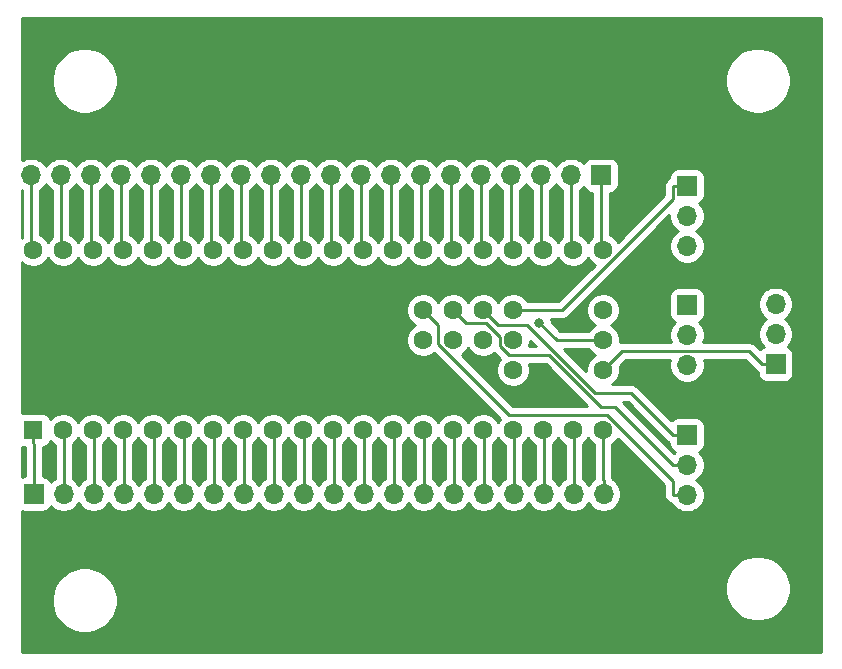
<source format=gbr>
%TF.GenerationSoftware,KiCad,Pcbnew,5.1.6-c6e7f7d~87~ubuntu20.04.1*%
%TF.CreationDate,2020-08-28T13:02:35+02:00*%
%TF.ProjectId,teensy adapter,7465656e-7379-4206-9164-61707465722e,rev?*%
%TF.SameCoordinates,Original*%
%TF.FileFunction,Copper,L2,Bot*%
%TF.FilePolarity,Positive*%
%FSLAX46Y46*%
G04 Gerber Fmt 4.6, Leading zero omitted, Abs format (unit mm)*
G04 Created by KiCad (PCBNEW 5.1.6-c6e7f7d~87~ubuntu20.04.1) date 2020-08-28 13:02:35*
%MOMM*%
%LPD*%
G01*
G04 APERTURE LIST*
%TA.AperFunction,ComponentPad*%
%ADD10R,1.700000X1.700000*%
%TD*%
%TA.AperFunction,ComponentPad*%
%ADD11O,1.700000X1.700000*%
%TD*%
%TA.AperFunction,ComponentPad*%
%ADD12C,1.600000*%
%TD*%
%TA.AperFunction,ComponentPad*%
%ADD13R,1.600000X1.600000*%
%TD*%
%TA.AperFunction,ViaPad*%
%ADD14C,0.800000*%
%TD*%
%TA.AperFunction,Conductor*%
%ADD15C,0.250000*%
%TD*%
%TA.AperFunction,NonConductor*%
%ADD16C,0.254000*%
%TD*%
G04 APERTURE END LIST*
D10*
%TO.P,J2,1*%
%TO.N,/GND*%
X70680000Y-66000000D03*
D11*
%TO.P,J2,2*%
%TO.N,Net-(J2-Pad2)*%
X73220000Y-66000000D03*
%TO.P,J2,3*%
%TO.N,Net-(J2-Pad3)*%
X75760000Y-66000000D03*
%TO.P,J2,4*%
%TO.N,Net-(J2-Pad4)*%
X78300000Y-66000000D03*
%TO.P,J2,5*%
%TO.N,Net-(J2-Pad5)*%
X80840000Y-66000000D03*
%TO.P,J2,6*%
%TO.N,Net-(J2-Pad6)*%
X83380000Y-66000000D03*
%TO.P,J2,7*%
%TO.N,Net-(J2-Pad7)*%
X85920000Y-66000000D03*
%TO.P,J2,8*%
%TO.N,Net-(J2-Pad8)*%
X88460000Y-66000000D03*
%TO.P,J2,9*%
%TO.N,Net-(J2-Pad9)*%
X91000000Y-66000000D03*
%TO.P,J2,10*%
%TO.N,Net-(J2-Pad10)*%
X93540000Y-66000000D03*
%TO.P,J2,11*%
%TO.N,Net-(J2-Pad11)*%
X96080000Y-66000000D03*
%TO.P,J2,12*%
%TO.N,Net-(J2-Pad12)*%
X98620000Y-66000000D03*
%TO.P,J2,13*%
%TO.N,Net-(J2-Pad13)*%
X101160000Y-66000000D03*
%TO.P,J2,14*%
%TO.N,Net-(J2-Pad14)*%
X103700000Y-66000000D03*
%TO.P,J2,15*%
%TO.N,Net-(J2-Pad15)*%
X106240000Y-66000000D03*
%TO.P,J2,16*%
%TO.N,Net-(J2-Pad16)*%
X108780000Y-66000000D03*
%TO.P,J2,17*%
%TO.N,Net-(J2-Pad17)*%
X111320000Y-66000000D03*
%TO.P,J2,18*%
%TO.N,Net-(J2-Pad18)*%
X113860000Y-66000000D03*
%TO.P,J2,19*%
%TO.N,Net-(J2-Pad19)*%
X116400000Y-66000000D03*
%TO.P,J2,20*%
%TO.N,Net-(J2-Pad20)*%
X118940000Y-66000000D03*
%TD*%
D10*
%TO.P,J3,1*%
%TO.N,Net-(J3-Pad1)*%
X126000000Y-39920000D03*
D11*
%TO.P,J3,2*%
%TO.N,Net-(J3-Pad2)*%
X126000000Y-42460000D03*
%TO.P,J3,3*%
%TO.N,Net-(J3-Pad3)*%
X126000000Y-45000000D03*
%TD*%
D10*
%TO.P,J4,1*%
%TO.N,Net-(J4-Pad1)*%
X126000000Y-61000000D03*
D11*
%TO.P,J4,2*%
%TO.N,Net-(J4-Pad2)*%
X126000000Y-63540000D03*
%TO.P,J4,3*%
%TO.N,Net-(J4-Pad3)*%
X126000000Y-66080000D03*
%TD*%
%TO.P,J5,3*%
%TO.N,Net-(J5-Pad3)*%
X126000000Y-55080000D03*
%TO.P,J5,2*%
%TO.N,Net-(J5-Pad2)*%
X126000000Y-52540000D03*
D10*
%TO.P,J5,1*%
%TO.N,Net-(J5-Pad1)*%
X126000000Y-50000000D03*
%TD*%
D11*
%TO.P,J6,20*%
%TO.N,Net-(J6-Pad20)*%
X70460000Y-39000000D03*
%TO.P,J6,19*%
%TO.N,Net-(J6-Pad19)*%
X73000000Y-39000000D03*
%TO.P,J6,18*%
%TO.N,Net-(J6-Pad18)*%
X75540000Y-39000000D03*
%TO.P,J6,17*%
%TO.N,Net-(J6-Pad17)*%
X78080000Y-39000000D03*
%TO.P,J6,16*%
%TO.N,Net-(J6-Pad16)*%
X80620000Y-39000000D03*
%TO.P,J6,15*%
%TO.N,Net-(J6-Pad15)*%
X83160000Y-39000000D03*
%TO.P,J6,14*%
%TO.N,Net-(J6-Pad14)*%
X85700000Y-39000000D03*
%TO.P,J6,13*%
%TO.N,Net-(J6-Pad13)*%
X88240000Y-39000000D03*
%TO.P,J6,12*%
%TO.N,Net-(J6-Pad12)*%
X90780000Y-39000000D03*
%TO.P,J6,11*%
%TO.N,/GND*%
X93320000Y-39000000D03*
%TO.P,J6,10*%
%TO.N,Net-(J6-Pad10)*%
X95860000Y-39000000D03*
%TO.P,J6,9*%
%TO.N,Net-(J6-Pad9)*%
X98400000Y-39000000D03*
%TO.P,J6,8*%
%TO.N,Net-(J6-Pad8)*%
X100940000Y-39000000D03*
%TO.P,J6,7*%
%TO.N,Net-(J6-Pad7)*%
X103480000Y-39000000D03*
%TO.P,J6,6*%
%TO.N,Net-(J6-Pad6)*%
X106020000Y-39000000D03*
%TO.P,J6,5*%
%TO.N,Net-(J6-Pad5)*%
X108560000Y-39000000D03*
%TO.P,J6,4*%
%TO.N,Net-(J6-Pad4)*%
X111100000Y-39000000D03*
%TO.P,J6,3*%
%TO.N,Net-(J6-Pad3)*%
X113640000Y-39000000D03*
%TO.P,J6,2*%
%TO.N,Net-(J6-Pad2)*%
X116180000Y-39000000D03*
D10*
%TO.P,J6,1*%
%TO.N,Net-(J6-Pad1)*%
X118720000Y-39000000D03*
%TD*%
D12*
%TO.P,U1,9*%
%TO.N,Net-(J2-Pad9)*%
X90965000Y-60585000D03*
%TO.P,U1,10*%
%TO.N,Net-(J2-Pad10)*%
X93505000Y-60585000D03*
%TO.P,U1,11*%
%TO.N,Net-(J2-Pad11)*%
X96045000Y-60585000D03*
%TO.P,U1,8*%
%TO.N,Net-(J2-Pad8)*%
X88425000Y-60585000D03*
%TO.P,U1,7*%
%TO.N,Net-(J2-Pad7)*%
X85885000Y-60585000D03*
%TO.P,U1,6*%
%TO.N,Net-(J2-Pad6)*%
X83345000Y-60585000D03*
%TO.P,U1,5*%
%TO.N,Net-(J2-Pad5)*%
X80805000Y-60585000D03*
%TO.P,U1,4*%
%TO.N,Net-(J2-Pad4)*%
X78265000Y-60585000D03*
%TO.P,U1,3*%
%TO.N,Net-(J2-Pad3)*%
X75725000Y-60585000D03*
%TO.P,U1,2*%
%TO.N,Net-(J2-Pad2)*%
X73185000Y-60585000D03*
D13*
%TO.P,U1,1*%
%TO.N,/GND*%
X70645000Y-60585000D03*
D12*
%TO.P,U1,12*%
%TO.N,Net-(J2-Pad12)*%
X98585000Y-60585000D03*
%TO.P,U1,13*%
%TO.N,Net-(J2-Pad13)*%
X101125000Y-60585000D03*
%TO.P,U1,14*%
%TO.N,Net-(J2-Pad14)*%
X103665000Y-60585000D03*
%TO.P,U1,15*%
%TO.N,Net-(J2-Pad15)*%
X106205000Y-60585000D03*
%TO.P,U1,16*%
%TO.N,Net-(J2-Pad16)*%
X108745000Y-60585000D03*
%TO.P,U1,17*%
%TO.N,Net-(J2-Pad17)*%
X111285000Y-60585000D03*
%TO.P,U1,18*%
%TO.N,Net-(J2-Pad18)*%
X113825000Y-60585000D03*
%TO.P,U1,19*%
%TO.N,Net-(J2-Pad19)*%
X116365000Y-60585000D03*
%TO.P,U1,20*%
%TO.N,Net-(J2-Pad20)*%
X118905000Y-60585000D03*
%TO.P,U1,21*%
%TO.N,Net-(J1-Pad1)*%
X118905000Y-55505000D03*
%TO.P,U1,22*%
%TO.N,/GND*%
X118905000Y-52965000D03*
%TO.P,U1,23*%
%TO.N,Net-(J1-Pad3)*%
X118905000Y-50425000D03*
%TO.P,U1,24*%
%TO.N,Net-(J6-Pad1)*%
X118905000Y-45345000D03*
%TO.P,U1,25*%
%TO.N,Net-(J6-Pad2)*%
X116365000Y-45345000D03*
%TO.P,U1,26*%
%TO.N,Net-(J6-Pad3)*%
X113825000Y-45345000D03*
%TO.P,U1,27*%
%TO.N,Net-(J6-Pad4)*%
X111285000Y-45345000D03*
%TO.P,U1,28*%
%TO.N,Net-(J6-Pad5)*%
X108745000Y-45345000D03*
%TO.P,U1,29*%
%TO.N,Net-(J6-Pad6)*%
X106205000Y-45345000D03*
%TO.P,U1,30*%
%TO.N,Net-(J6-Pad7)*%
X103665000Y-45345000D03*
%TO.P,U1,31*%
%TO.N,Net-(J6-Pad8)*%
X101125000Y-45345000D03*
%TO.P,U1,32*%
%TO.N,Net-(J6-Pad9)*%
X98585000Y-45345000D03*
%TO.P,U1,33*%
%TO.N,Net-(J6-Pad10)*%
X96045000Y-45345000D03*
%TO.P,U1,34*%
%TO.N,/GND*%
X93505000Y-45345000D03*
%TO.P,U1,35*%
%TO.N,Net-(J6-Pad12)*%
X90965000Y-45345000D03*
%TO.P,U1,36*%
%TO.N,Net-(J6-Pad13)*%
X88425000Y-45345000D03*
%TO.P,U1,37*%
%TO.N,Net-(J6-Pad14)*%
X85885000Y-45345000D03*
%TO.P,U1,38*%
%TO.N,Net-(J6-Pad15)*%
X83345000Y-45345000D03*
%TO.P,U1,39*%
%TO.N,Net-(J6-Pad16)*%
X80805000Y-45345000D03*
%TO.P,U1,40*%
%TO.N,Net-(J6-Pad17)*%
X78265000Y-45345000D03*
%TO.P,U1,41*%
%TO.N,Net-(J6-Pad18)*%
X75725000Y-45345000D03*
%TO.P,U1,42*%
%TO.N,Net-(J6-Pad19)*%
X73185000Y-45345000D03*
%TO.P,U1,43*%
%TO.N,Net-(J6-Pad20)*%
X70645000Y-45345000D03*
%TO.P,U1,49*%
%TO.N,Net-(J5-Pad2)*%
X106205000Y-52965000D03*
%TO.P,U1,48*%
%TO.N,Net-(J5-Pad3)*%
X103665000Y-52965000D03*
%TO.P,U1,47*%
%TO.N,Net-(J3-Pad1)*%
X111285000Y-50425000D03*
%TO.P,U1,52*%
%TO.N,Net-(J3-Pad3)*%
X111285000Y-55505000D03*
%TO.P,U1,51*%
%TO.N,Net-(J3-Pad2)*%
X111285000Y-52965000D03*
%TO.P,U1,50*%
%TO.N,Net-(J5-Pad1)*%
X108745000Y-52965000D03*
%TO.P,U1,44*%
%TO.N,Net-(J4-Pad3)*%
X103665000Y-50425000D03*
%TO.P,U1,46*%
%TO.N,Net-(J4-Pad1)*%
X108745000Y-50425000D03*
%TO.P,U1,45*%
%TO.N,Net-(J4-Pad2)*%
X106205000Y-50425000D03*
%TD*%
D10*
%TO.P,J1,1*%
%TO.N,Net-(J1-Pad1)*%
X133500000Y-55000000D03*
D11*
%TO.P,J1,2*%
%TO.N,/GND*%
X133500000Y-52460000D03*
%TO.P,J1,3*%
%TO.N,Net-(J1-Pad3)*%
X133500000Y-49920000D03*
%TD*%
D14*
%TO.N,/GND*%
X113500000Y-51500000D03*
%TD*%
D15*
%TO.N,Net-(J1-Pad1)*%
X133500000Y-55000000D02*
X132324700Y-55000000D01*
X118905000Y-55505000D02*
X120525600Y-53884400D01*
X120525600Y-53884400D02*
X131209100Y-53884400D01*
X131209100Y-53884400D02*
X132324700Y-55000000D01*
%TO.N,/GND*%
X70645000Y-60585000D02*
X70645000Y-61710300D01*
X70645000Y-61710300D02*
X70680000Y-61745300D01*
X70680000Y-61745300D02*
X70680000Y-66000000D01*
%TO.N,Net-(J2-Pad2)*%
X73185000Y-60585000D02*
X73220000Y-60620000D01*
X73220000Y-60620000D02*
X73220000Y-66000000D01*
%TO.N,Net-(J2-Pad3)*%
X75725000Y-60585000D02*
X75760000Y-60620000D01*
X75760000Y-60620000D02*
X75760000Y-66000000D01*
%TO.N,Net-(J2-Pad4)*%
X78265000Y-60585000D02*
X78300000Y-60620000D01*
X78300000Y-60620000D02*
X78300000Y-66000000D01*
%TO.N,Net-(J2-Pad5)*%
X80805000Y-60585000D02*
X80840000Y-60620000D01*
X80840000Y-60620000D02*
X80840000Y-66000000D01*
%TO.N,Net-(J2-Pad6)*%
X83345000Y-60585000D02*
X83380000Y-60620000D01*
X83380000Y-60620000D02*
X83380000Y-66000000D01*
%TO.N,Net-(J2-Pad7)*%
X85885000Y-60585000D02*
X85920000Y-60620000D01*
X85920000Y-60620000D02*
X85920000Y-66000000D01*
%TO.N,Net-(J2-Pad8)*%
X88425000Y-60585000D02*
X88460000Y-60620000D01*
X88460000Y-60620000D02*
X88460000Y-66000000D01*
%TO.N,Net-(J2-Pad9)*%
X90965000Y-60585000D02*
X91000000Y-60620000D01*
X91000000Y-60620000D02*
X91000000Y-66000000D01*
%TO.N,Net-(J2-Pad10)*%
X93505000Y-60585000D02*
X93540000Y-60620000D01*
X93540000Y-60620000D02*
X93540000Y-66000000D01*
%TO.N,Net-(J2-Pad11)*%
X96045000Y-60585000D02*
X96080000Y-60620000D01*
X96080000Y-60620000D02*
X96080000Y-66000000D01*
%TO.N,Net-(J2-Pad12)*%
X98585000Y-60585000D02*
X98620000Y-60620000D01*
X98620000Y-60620000D02*
X98620000Y-66000000D01*
%TO.N,Net-(J2-Pad13)*%
X101125000Y-60585000D02*
X101160000Y-60620000D01*
X101160000Y-60620000D02*
X101160000Y-66000000D01*
%TO.N,Net-(J2-Pad14)*%
X103665000Y-60585000D02*
X103700000Y-60620000D01*
X103700000Y-60620000D02*
X103700000Y-66000000D01*
%TO.N,Net-(J2-Pad15)*%
X106205000Y-60585000D02*
X106240000Y-60620000D01*
X106240000Y-60620000D02*
X106240000Y-66000000D01*
%TO.N,Net-(J2-Pad16)*%
X108745000Y-60585000D02*
X108780000Y-60620000D01*
X108780000Y-60620000D02*
X108780000Y-66000000D01*
%TO.N,Net-(J2-Pad17)*%
X111285000Y-60585000D02*
X111320000Y-60620000D01*
X111320000Y-60620000D02*
X111320000Y-66000000D01*
%TO.N,Net-(J2-Pad18)*%
X113825000Y-60585000D02*
X113860000Y-60620000D01*
X113860000Y-60620000D02*
X113860000Y-66000000D01*
%TO.N,Net-(J2-Pad19)*%
X116365000Y-60585000D02*
X116400000Y-60620000D01*
X116400000Y-60620000D02*
X116400000Y-66000000D01*
%TO.N,Net-(J2-Pad20)*%
X118940000Y-66000000D02*
X118940000Y-64824700D01*
X118905000Y-60585000D02*
X118905000Y-64789700D01*
X118905000Y-64789700D02*
X118940000Y-64824700D01*
%TO.N,Net-(J3-Pad1)*%
X126000000Y-39920000D02*
X124824700Y-39920000D01*
X111285000Y-50425000D02*
X115421500Y-50425000D01*
X115421500Y-50425000D02*
X124824700Y-41021800D01*
X124824700Y-41021800D02*
X124824700Y-39920000D01*
%TO.N,Net-(J4-Pad1)*%
X124824700Y-61000000D02*
X121293000Y-57468300D01*
X121293000Y-57468300D02*
X118250300Y-57468300D01*
X118250300Y-57468300D02*
X112477000Y-51695000D01*
X112477000Y-51695000D02*
X110015000Y-51695000D01*
X110015000Y-51695000D02*
X108745000Y-50425000D01*
X126000000Y-61000000D02*
X124824700Y-61000000D01*
%TO.N,Net-(J4-Pad2)*%
X126000000Y-63540000D02*
X124824700Y-63540000D01*
X106205000Y-50425000D02*
X107330400Y-51550400D01*
X107330400Y-51550400D02*
X108979500Y-51550400D01*
X108979500Y-51550400D02*
X110159600Y-52730500D01*
X110159600Y-52730500D02*
X110159600Y-53444300D01*
X110159600Y-53444300D02*
X110950300Y-54235000D01*
X110950300Y-54235000D02*
X114341700Y-54235000D01*
X114341700Y-54235000D02*
X118716100Y-58609400D01*
X118716100Y-58609400D02*
X119894100Y-58609400D01*
X119894100Y-58609400D02*
X124824700Y-63540000D01*
%TO.N,Net-(J4-Pad3)*%
X103665000Y-50425000D02*
X104935000Y-51695000D01*
X104935000Y-51695000D02*
X104935000Y-53295500D01*
X104935000Y-53295500D02*
X110924300Y-59284800D01*
X110924300Y-59284800D02*
X119204800Y-59284800D01*
X119204800Y-59284800D02*
X124824700Y-64904700D01*
X124824700Y-64904700D02*
X124824700Y-66080000D01*
X126000000Y-66080000D02*
X124824700Y-66080000D01*
%TO.N,Net-(J6-Pad20)*%
X70645000Y-45345000D02*
X70460000Y-45160000D01*
X70460000Y-45160000D02*
X70460000Y-39000000D01*
%TO.N,Net-(J6-Pad19)*%
X73185000Y-45345000D02*
X73000000Y-45160000D01*
X73000000Y-45160000D02*
X73000000Y-39000000D01*
%TO.N,Net-(J6-Pad18)*%
X75725000Y-45345000D02*
X75540000Y-45160000D01*
X75540000Y-45160000D02*
X75540000Y-39000000D01*
%TO.N,Net-(J6-Pad17)*%
X78265000Y-45345000D02*
X78080000Y-45160000D01*
X78080000Y-45160000D02*
X78080000Y-39000000D01*
%TO.N,Net-(J6-Pad16)*%
X80805000Y-45345000D02*
X80620000Y-45160000D01*
X80620000Y-45160000D02*
X80620000Y-39000000D01*
%TO.N,Net-(J6-Pad15)*%
X83345000Y-45345000D02*
X83160000Y-45160000D01*
X83160000Y-45160000D02*
X83160000Y-39000000D01*
%TO.N,Net-(J6-Pad14)*%
X85885000Y-45345000D02*
X85700000Y-45160000D01*
X85700000Y-45160000D02*
X85700000Y-39000000D01*
%TO.N,Net-(J6-Pad13)*%
X88425000Y-45345000D02*
X88240000Y-45160000D01*
X88240000Y-45160000D02*
X88240000Y-39000000D01*
%TO.N,Net-(J6-Pad12)*%
X90965000Y-45345000D02*
X90780000Y-45160000D01*
X90780000Y-45160000D02*
X90780000Y-39000000D01*
%TO.N,/GND*%
X93505000Y-45345000D02*
X93320000Y-45160000D01*
X93320000Y-45160000D02*
X93320000Y-39000000D01*
%TO.N,Net-(J6-Pad10)*%
X96045000Y-45345000D02*
X95860000Y-45160000D01*
X95860000Y-45160000D02*
X95860000Y-39000000D01*
%TO.N,Net-(J6-Pad9)*%
X98585000Y-45345000D02*
X98400000Y-45160000D01*
X98400000Y-45160000D02*
X98400000Y-39000000D01*
%TO.N,Net-(J6-Pad8)*%
X101125000Y-45345000D02*
X100940000Y-45160000D01*
X100940000Y-45160000D02*
X100940000Y-39000000D01*
%TO.N,Net-(J6-Pad7)*%
X103665000Y-45345000D02*
X103480000Y-45160000D01*
X103480000Y-45160000D02*
X103480000Y-39000000D01*
%TO.N,Net-(J6-Pad6)*%
X106205000Y-45345000D02*
X106020000Y-45160000D01*
X106020000Y-45160000D02*
X106020000Y-39000000D01*
%TO.N,Net-(J6-Pad5)*%
X108745000Y-45345000D02*
X108560000Y-45160000D01*
X108560000Y-45160000D02*
X108560000Y-39000000D01*
%TO.N,Net-(J6-Pad4)*%
X111285000Y-45345000D02*
X111100000Y-45160000D01*
X111100000Y-45160000D02*
X111100000Y-39000000D01*
%TO.N,Net-(J6-Pad3)*%
X113825000Y-45345000D02*
X113640000Y-45160000D01*
X113640000Y-45160000D02*
X113640000Y-39000000D01*
%TO.N,Net-(J6-Pad2)*%
X116365000Y-45345000D02*
X116180000Y-45160000D01*
X116180000Y-45160000D02*
X116180000Y-39000000D01*
%TO.N,Net-(J6-Pad1)*%
X118905000Y-45345000D02*
X118720000Y-45160000D01*
X118720000Y-45160000D02*
X118720000Y-39000000D01*
%TO.N,/GND*%
X114965000Y-52965000D02*
X113500000Y-51500000D01*
X118905000Y-52965000D02*
X114965000Y-52965000D01*
%TD*%
D16*
G36*
X137340001Y-28967572D02*
G01*
X137340000Y-28967582D01*
X137340001Y-79340000D01*
X69660000Y-79340000D01*
X69660000Y-74725701D01*
X72215000Y-74725701D01*
X72215000Y-75274299D01*
X72322026Y-75812354D01*
X72531965Y-76319192D01*
X72836750Y-76775334D01*
X73224666Y-77163250D01*
X73680808Y-77468035D01*
X74187646Y-77677974D01*
X74725701Y-77785000D01*
X75274299Y-77785000D01*
X75812354Y-77677974D01*
X76319192Y-77468035D01*
X76775334Y-77163250D01*
X77163250Y-76775334D01*
X77468035Y-76319192D01*
X77677974Y-75812354D01*
X77785000Y-75274299D01*
X77785000Y-74725701D01*
X77677974Y-74187646D01*
X77486631Y-73725701D01*
X129215000Y-73725701D01*
X129215000Y-74274299D01*
X129322026Y-74812354D01*
X129531965Y-75319192D01*
X129836750Y-75775334D01*
X130224666Y-76163250D01*
X130680808Y-76468035D01*
X131187646Y-76677974D01*
X131725701Y-76785000D01*
X132274299Y-76785000D01*
X132812354Y-76677974D01*
X133319192Y-76468035D01*
X133775334Y-76163250D01*
X134163250Y-75775334D01*
X134468035Y-75319192D01*
X134677974Y-74812354D01*
X134785000Y-74274299D01*
X134785000Y-73725701D01*
X134677974Y-73187646D01*
X134468035Y-72680808D01*
X134163250Y-72224666D01*
X133775334Y-71836750D01*
X133319192Y-71531965D01*
X132812354Y-71322026D01*
X132274299Y-71215000D01*
X131725701Y-71215000D01*
X131187646Y-71322026D01*
X130680808Y-71531965D01*
X130224666Y-71836750D01*
X129836750Y-72224666D01*
X129531965Y-72680808D01*
X129322026Y-73187646D01*
X129215000Y-73725701D01*
X77486631Y-73725701D01*
X77468035Y-73680808D01*
X77163250Y-73224666D01*
X76775334Y-72836750D01*
X76319192Y-72531965D01*
X75812354Y-72322026D01*
X75274299Y-72215000D01*
X74725701Y-72215000D01*
X74187646Y-72322026D01*
X73680808Y-72531965D01*
X73224666Y-72836750D01*
X72836750Y-73224666D01*
X72531965Y-73680808D01*
X72322026Y-74187646D01*
X72215000Y-74725701D01*
X69660000Y-74725701D01*
X69660000Y-67462004D01*
X69705518Y-67475812D01*
X69830000Y-67488072D01*
X71530000Y-67488072D01*
X71654482Y-67475812D01*
X71774180Y-67439502D01*
X71884494Y-67380537D01*
X71981185Y-67301185D01*
X72060537Y-67204494D01*
X72119502Y-67094180D01*
X72141513Y-67021620D01*
X72273368Y-67153475D01*
X72516589Y-67315990D01*
X72786842Y-67427932D01*
X73073740Y-67485000D01*
X73366260Y-67485000D01*
X73653158Y-67427932D01*
X73923411Y-67315990D01*
X74166632Y-67153475D01*
X74373475Y-66946632D01*
X74490000Y-66772240D01*
X74606525Y-66946632D01*
X74813368Y-67153475D01*
X75056589Y-67315990D01*
X75326842Y-67427932D01*
X75613740Y-67485000D01*
X75906260Y-67485000D01*
X76193158Y-67427932D01*
X76463411Y-67315990D01*
X76706632Y-67153475D01*
X76913475Y-66946632D01*
X77030000Y-66772240D01*
X77146525Y-66946632D01*
X77353368Y-67153475D01*
X77596589Y-67315990D01*
X77866842Y-67427932D01*
X78153740Y-67485000D01*
X78446260Y-67485000D01*
X78733158Y-67427932D01*
X79003411Y-67315990D01*
X79246632Y-67153475D01*
X79453475Y-66946632D01*
X79570000Y-66772240D01*
X79686525Y-66946632D01*
X79893368Y-67153475D01*
X80136589Y-67315990D01*
X80406842Y-67427932D01*
X80693740Y-67485000D01*
X80986260Y-67485000D01*
X81273158Y-67427932D01*
X81543411Y-67315990D01*
X81786632Y-67153475D01*
X81993475Y-66946632D01*
X82110000Y-66772240D01*
X82226525Y-66946632D01*
X82433368Y-67153475D01*
X82676589Y-67315990D01*
X82946842Y-67427932D01*
X83233740Y-67485000D01*
X83526260Y-67485000D01*
X83813158Y-67427932D01*
X84083411Y-67315990D01*
X84326632Y-67153475D01*
X84533475Y-66946632D01*
X84650000Y-66772240D01*
X84766525Y-66946632D01*
X84973368Y-67153475D01*
X85216589Y-67315990D01*
X85486842Y-67427932D01*
X85773740Y-67485000D01*
X86066260Y-67485000D01*
X86353158Y-67427932D01*
X86623411Y-67315990D01*
X86866632Y-67153475D01*
X87073475Y-66946632D01*
X87190000Y-66772240D01*
X87306525Y-66946632D01*
X87513368Y-67153475D01*
X87756589Y-67315990D01*
X88026842Y-67427932D01*
X88313740Y-67485000D01*
X88606260Y-67485000D01*
X88893158Y-67427932D01*
X89163411Y-67315990D01*
X89406632Y-67153475D01*
X89613475Y-66946632D01*
X89730000Y-66772240D01*
X89846525Y-66946632D01*
X90053368Y-67153475D01*
X90296589Y-67315990D01*
X90566842Y-67427932D01*
X90853740Y-67485000D01*
X91146260Y-67485000D01*
X91433158Y-67427932D01*
X91703411Y-67315990D01*
X91946632Y-67153475D01*
X92153475Y-66946632D01*
X92270000Y-66772240D01*
X92386525Y-66946632D01*
X92593368Y-67153475D01*
X92836589Y-67315990D01*
X93106842Y-67427932D01*
X93393740Y-67485000D01*
X93686260Y-67485000D01*
X93973158Y-67427932D01*
X94243411Y-67315990D01*
X94486632Y-67153475D01*
X94693475Y-66946632D01*
X94810000Y-66772240D01*
X94926525Y-66946632D01*
X95133368Y-67153475D01*
X95376589Y-67315990D01*
X95646842Y-67427932D01*
X95933740Y-67485000D01*
X96226260Y-67485000D01*
X96513158Y-67427932D01*
X96783411Y-67315990D01*
X97026632Y-67153475D01*
X97233475Y-66946632D01*
X97350000Y-66772240D01*
X97466525Y-66946632D01*
X97673368Y-67153475D01*
X97916589Y-67315990D01*
X98186842Y-67427932D01*
X98473740Y-67485000D01*
X98766260Y-67485000D01*
X99053158Y-67427932D01*
X99323411Y-67315990D01*
X99566632Y-67153475D01*
X99773475Y-66946632D01*
X99890000Y-66772240D01*
X100006525Y-66946632D01*
X100213368Y-67153475D01*
X100456589Y-67315990D01*
X100726842Y-67427932D01*
X101013740Y-67485000D01*
X101306260Y-67485000D01*
X101593158Y-67427932D01*
X101863411Y-67315990D01*
X102106632Y-67153475D01*
X102313475Y-66946632D01*
X102430000Y-66772240D01*
X102546525Y-66946632D01*
X102753368Y-67153475D01*
X102996589Y-67315990D01*
X103266842Y-67427932D01*
X103553740Y-67485000D01*
X103846260Y-67485000D01*
X104133158Y-67427932D01*
X104403411Y-67315990D01*
X104646632Y-67153475D01*
X104853475Y-66946632D01*
X104970000Y-66772240D01*
X105086525Y-66946632D01*
X105293368Y-67153475D01*
X105536589Y-67315990D01*
X105806842Y-67427932D01*
X106093740Y-67485000D01*
X106386260Y-67485000D01*
X106673158Y-67427932D01*
X106943411Y-67315990D01*
X107186632Y-67153475D01*
X107393475Y-66946632D01*
X107510000Y-66772240D01*
X107626525Y-66946632D01*
X107833368Y-67153475D01*
X108076589Y-67315990D01*
X108346842Y-67427932D01*
X108633740Y-67485000D01*
X108926260Y-67485000D01*
X109213158Y-67427932D01*
X109483411Y-67315990D01*
X109726632Y-67153475D01*
X109933475Y-66946632D01*
X110050000Y-66772240D01*
X110166525Y-66946632D01*
X110373368Y-67153475D01*
X110616589Y-67315990D01*
X110886842Y-67427932D01*
X111173740Y-67485000D01*
X111466260Y-67485000D01*
X111753158Y-67427932D01*
X112023411Y-67315990D01*
X112266632Y-67153475D01*
X112473475Y-66946632D01*
X112590000Y-66772240D01*
X112706525Y-66946632D01*
X112913368Y-67153475D01*
X113156589Y-67315990D01*
X113426842Y-67427932D01*
X113713740Y-67485000D01*
X114006260Y-67485000D01*
X114293158Y-67427932D01*
X114563411Y-67315990D01*
X114806632Y-67153475D01*
X115013475Y-66946632D01*
X115130000Y-66772240D01*
X115246525Y-66946632D01*
X115453368Y-67153475D01*
X115696589Y-67315990D01*
X115966842Y-67427932D01*
X116253740Y-67485000D01*
X116546260Y-67485000D01*
X116833158Y-67427932D01*
X117103411Y-67315990D01*
X117346632Y-67153475D01*
X117553475Y-66946632D01*
X117670000Y-66772240D01*
X117786525Y-66946632D01*
X117993368Y-67153475D01*
X118236589Y-67315990D01*
X118506842Y-67427932D01*
X118793740Y-67485000D01*
X119086260Y-67485000D01*
X119373158Y-67427932D01*
X119643411Y-67315990D01*
X119886632Y-67153475D01*
X120093475Y-66946632D01*
X120255990Y-66703411D01*
X120367932Y-66433158D01*
X120425000Y-66146260D01*
X120425000Y-65853740D01*
X120367932Y-65566842D01*
X120255990Y-65296589D01*
X120093475Y-65053368D01*
X119886632Y-64846525D01*
X119693089Y-64717204D01*
X119689003Y-64675714D01*
X119665000Y-64596585D01*
X119665000Y-61803043D01*
X119819759Y-61699637D01*
X120019637Y-61499759D01*
X120149942Y-61304743D01*
X124064700Y-65219502D01*
X124064701Y-66042658D01*
X124061023Y-66080000D01*
X124075697Y-66228986D01*
X124119154Y-66372247D01*
X124189726Y-66504276D01*
X124284699Y-66620001D01*
X124400424Y-66714974D01*
X124532453Y-66785546D01*
X124675714Y-66829003D01*
X124717204Y-66833089D01*
X124846525Y-67026632D01*
X125053368Y-67233475D01*
X125296589Y-67395990D01*
X125566842Y-67507932D01*
X125853740Y-67565000D01*
X126146260Y-67565000D01*
X126433158Y-67507932D01*
X126703411Y-67395990D01*
X126946632Y-67233475D01*
X127153475Y-67026632D01*
X127315990Y-66783411D01*
X127427932Y-66513158D01*
X127485000Y-66226260D01*
X127485000Y-65933740D01*
X127427932Y-65646842D01*
X127315990Y-65376589D01*
X127153475Y-65133368D01*
X126946632Y-64926525D01*
X126772240Y-64810000D01*
X126946632Y-64693475D01*
X127153475Y-64486632D01*
X127315990Y-64243411D01*
X127427932Y-63973158D01*
X127485000Y-63686260D01*
X127485000Y-63393740D01*
X127427932Y-63106842D01*
X127315990Y-62836589D01*
X127153475Y-62593368D01*
X127021620Y-62461513D01*
X127094180Y-62439502D01*
X127204494Y-62380537D01*
X127301185Y-62301185D01*
X127380537Y-62204494D01*
X127439502Y-62094180D01*
X127475812Y-61974482D01*
X127488072Y-61850000D01*
X127488072Y-60150000D01*
X127475812Y-60025518D01*
X127439502Y-59905820D01*
X127380537Y-59795506D01*
X127301185Y-59698815D01*
X127204494Y-59619463D01*
X127094180Y-59560498D01*
X126974482Y-59524188D01*
X126850000Y-59511928D01*
X125150000Y-59511928D01*
X125025518Y-59524188D01*
X124905820Y-59560498D01*
X124795506Y-59619463D01*
X124698815Y-59698815D01*
X124653515Y-59754013D01*
X121856804Y-56957303D01*
X121833001Y-56928299D01*
X121717276Y-56833326D01*
X121585247Y-56762754D01*
X121441986Y-56719297D01*
X121330333Y-56708300D01*
X121330322Y-56708300D01*
X121293000Y-56704624D01*
X121255678Y-56708300D01*
X119687065Y-56708300D01*
X119819759Y-56619637D01*
X120019637Y-56419759D01*
X120176680Y-56184727D01*
X120284853Y-55923574D01*
X120340000Y-55646335D01*
X120340000Y-55363665D01*
X120303688Y-55181114D01*
X120840403Y-54644400D01*
X124573080Y-54644400D01*
X124572068Y-54646842D01*
X124515000Y-54933740D01*
X124515000Y-55226260D01*
X124572068Y-55513158D01*
X124684010Y-55783411D01*
X124846525Y-56026632D01*
X125053368Y-56233475D01*
X125296589Y-56395990D01*
X125566842Y-56507932D01*
X125853740Y-56565000D01*
X126146260Y-56565000D01*
X126433158Y-56507932D01*
X126703411Y-56395990D01*
X126946632Y-56233475D01*
X127153475Y-56026632D01*
X127315990Y-55783411D01*
X127427932Y-55513158D01*
X127485000Y-55226260D01*
X127485000Y-54933740D01*
X127427932Y-54646842D01*
X127426920Y-54644400D01*
X130894299Y-54644400D01*
X131760901Y-55511003D01*
X131784699Y-55540001D01*
X131900424Y-55634974D01*
X132011928Y-55694575D01*
X132011928Y-55850000D01*
X132024188Y-55974482D01*
X132060498Y-56094180D01*
X132119463Y-56204494D01*
X132198815Y-56301185D01*
X132295506Y-56380537D01*
X132405820Y-56439502D01*
X132525518Y-56475812D01*
X132650000Y-56488072D01*
X134350000Y-56488072D01*
X134474482Y-56475812D01*
X134594180Y-56439502D01*
X134704494Y-56380537D01*
X134801185Y-56301185D01*
X134880537Y-56204494D01*
X134939502Y-56094180D01*
X134975812Y-55974482D01*
X134988072Y-55850000D01*
X134988072Y-54150000D01*
X134975812Y-54025518D01*
X134939502Y-53905820D01*
X134880537Y-53795506D01*
X134801185Y-53698815D01*
X134704494Y-53619463D01*
X134594180Y-53560498D01*
X134521620Y-53538487D01*
X134653475Y-53406632D01*
X134815990Y-53163411D01*
X134927932Y-52893158D01*
X134985000Y-52606260D01*
X134985000Y-52313740D01*
X134927932Y-52026842D01*
X134815990Y-51756589D01*
X134653475Y-51513368D01*
X134446632Y-51306525D01*
X134272240Y-51190000D01*
X134446632Y-51073475D01*
X134653475Y-50866632D01*
X134815990Y-50623411D01*
X134927932Y-50353158D01*
X134985000Y-50066260D01*
X134985000Y-49773740D01*
X134927932Y-49486842D01*
X134815990Y-49216589D01*
X134653475Y-48973368D01*
X134446632Y-48766525D01*
X134203411Y-48604010D01*
X133933158Y-48492068D01*
X133646260Y-48435000D01*
X133353740Y-48435000D01*
X133066842Y-48492068D01*
X132796589Y-48604010D01*
X132553368Y-48766525D01*
X132346525Y-48973368D01*
X132184010Y-49216589D01*
X132072068Y-49486842D01*
X132015000Y-49773740D01*
X132015000Y-50066260D01*
X132072068Y-50353158D01*
X132184010Y-50623411D01*
X132346525Y-50866632D01*
X132553368Y-51073475D01*
X132727760Y-51190000D01*
X132553368Y-51306525D01*
X132346525Y-51513368D01*
X132184010Y-51756589D01*
X132072068Y-52026842D01*
X132015000Y-52313740D01*
X132015000Y-52606260D01*
X132072068Y-52893158D01*
X132184010Y-53163411D01*
X132346525Y-53406632D01*
X132478380Y-53538487D01*
X132405820Y-53560498D01*
X132295506Y-53619463D01*
X132198815Y-53698815D01*
X132153515Y-53754014D01*
X131772904Y-53373402D01*
X131749101Y-53344399D01*
X131633376Y-53249426D01*
X131501347Y-53178854D01*
X131358086Y-53135397D01*
X131246433Y-53124400D01*
X131246422Y-53124400D01*
X131209100Y-53120724D01*
X131171778Y-53124400D01*
X127365286Y-53124400D01*
X127427932Y-52973158D01*
X127485000Y-52686260D01*
X127485000Y-52393740D01*
X127427932Y-52106842D01*
X127315990Y-51836589D01*
X127153475Y-51593368D01*
X127021620Y-51461513D01*
X127094180Y-51439502D01*
X127204494Y-51380537D01*
X127301185Y-51301185D01*
X127380537Y-51204494D01*
X127439502Y-51094180D01*
X127475812Y-50974482D01*
X127488072Y-50850000D01*
X127488072Y-49150000D01*
X127475812Y-49025518D01*
X127439502Y-48905820D01*
X127380537Y-48795506D01*
X127301185Y-48698815D01*
X127204494Y-48619463D01*
X127094180Y-48560498D01*
X126974482Y-48524188D01*
X126850000Y-48511928D01*
X125150000Y-48511928D01*
X125025518Y-48524188D01*
X124905820Y-48560498D01*
X124795506Y-48619463D01*
X124698815Y-48698815D01*
X124619463Y-48795506D01*
X124560498Y-48905820D01*
X124524188Y-49025518D01*
X124511928Y-49150000D01*
X124511928Y-50850000D01*
X124524188Y-50974482D01*
X124560498Y-51094180D01*
X124619463Y-51204494D01*
X124698815Y-51301185D01*
X124795506Y-51380537D01*
X124905820Y-51439502D01*
X124978380Y-51461513D01*
X124846525Y-51593368D01*
X124684010Y-51836589D01*
X124572068Y-52106842D01*
X124515000Y-52393740D01*
X124515000Y-52686260D01*
X124572068Y-52973158D01*
X124634714Y-53124400D01*
X120562922Y-53124400D01*
X120525599Y-53120724D01*
X120488276Y-53124400D01*
X120488267Y-53124400D01*
X120376614Y-53135397D01*
X120331497Y-53149083D01*
X120340000Y-53106335D01*
X120340000Y-52823665D01*
X120284853Y-52546426D01*
X120176680Y-52285273D01*
X120019637Y-52050241D01*
X119819759Y-51850363D01*
X119587241Y-51695000D01*
X119819759Y-51539637D01*
X120019637Y-51339759D01*
X120176680Y-51104727D01*
X120284853Y-50843574D01*
X120340000Y-50566335D01*
X120340000Y-50283665D01*
X120284853Y-50006426D01*
X120176680Y-49745273D01*
X120019637Y-49510241D01*
X119819759Y-49310363D01*
X119584727Y-49153320D01*
X119323574Y-49045147D01*
X119046335Y-48990000D01*
X118763665Y-48990000D01*
X118486426Y-49045147D01*
X118225273Y-49153320D01*
X117990241Y-49310363D01*
X117790363Y-49510241D01*
X117633320Y-49745273D01*
X117525147Y-50006426D01*
X117470000Y-50283665D01*
X117470000Y-50566335D01*
X117525147Y-50843574D01*
X117633320Y-51104727D01*
X117790363Y-51339759D01*
X117990241Y-51539637D01*
X118222759Y-51695000D01*
X117990241Y-51850363D01*
X117790363Y-52050241D01*
X117686957Y-52205000D01*
X115279802Y-52205000D01*
X114535000Y-51460199D01*
X114535000Y-51398061D01*
X114495226Y-51198102D01*
X114489799Y-51185000D01*
X115384178Y-51185000D01*
X115421500Y-51188676D01*
X115458822Y-51185000D01*
X115458833Y-51185000D01*
X115570486Y-51174003D01*
X115713747Y-51130546D01*
X115845776Y-51059974D01*
X115961501Y-50965001D01*
X115985304Y-50935997D01*
X124515000Y-42406302D01*
X124515000Y-42606260D01*
X124572068Y-42893158D01*
X124684010Y-43163411D01*
X124846525Y-43406632D01*
X125053368Y-43613475D01*
X125227760Y-43730000D01*
X125053368Y-43846525D01*
X124846525Y-44053368D01*
X124684010Y-44296589D01*
X124572068Y-44566842D01*
X124515000Y-44853740D01*
X124515000Y-45146260D01*
X124572068Y-45433158D01*
X124684010Y-45703411D01*
X124846525Y-45946632D01*
X125053368Y-46153475D01*
X125296589Y-46315990D01*
X125566842Y-46427932D01*
X125853740Y-46485000D01*
X126146260Y-46485000D01*
X126433158Y-46427932D01*
X126703411Y-46315990D01*
X126946632Y-46153475D01*
X127153475Y-45946632D01*
X127315990Y-45703411D01*
X127427932Y-45433158D01*
X127485000Y-45146260D01*
X127485000Y-44853740D01*
X127427932Y-44566842D01*
X127315990Y-44296589D01*
X127153475Y-44053368D01*
X126946632Y-43846525D01*
X126772240Y-43730000D01*
X126946632Y-43613475D01*
X127153475Y-43406632D01*
X127315990Y-43163411D01*
X127427932Y-42893158D01*
X127485000Y-42606260D01*
X127485000Y-42313740D01*
X127427932Y-42026842D01*
X127315990Y-41756589D01*
X127153475Y-41513368D01*
X127021620Y-41381513D01*
X127094180Y-41359502D01*
X127204494Y-41300537D01*
X127301185Y-41221185D01*
X127380537Y-41124494D01*
X127439502Y-41014180D01*
X127475812Y-40894482D01*
X127488072Y-40770000D01*
X127488072Y-39070000D01*
X127475812Y-38945518D01*
X127439502Y-38825820D01*
X127380537Y-38715506D01*
X127301185Y-38618815D01*
X127204494Y-38539463D01*
X127094180Y-38480498D01*
X126974482Y-38444188D01*
X126850000Y-38431928D01*
X125150000Y-38431928D01*
X125025518Y-38444188D01*
X124905820Y-38480498D01*
X124795506Y-38539463D01*
X124698815Y-38618815D01*
X124619463Y-38715506D01*
X124560498Y-38825820D01*
X124524188Y-38945518D01*
X124511928Y-39070000D01*
X124511928Y-39225425D01*
X124400424Y-39285026D01*
X124284699Y-39379999D01*
X124189726Y-39495724D01*
X124119154Y-39627753D01*
X124075697Y-39771014D01*
X124061023Y-39920000D01*
X124064701Y-39957342D01*
X124064700Y-40706998D01*
X120148540Y-44623158D01*
X120019637Y-44430241D01*
X119819759Y-44230363D01*
X119584727Y-44073320D01*
X119480000Y-44029941D01*
X119480000Y-40488072D01*
X119570000Y-40488072D01*
X119694482Y-40475812D01*
X119814180Y-40439502D01*
X119924494Y-40380537D01*
X120021185Y-40301185D01*
X120100537Y-40204494D01*
X120159502Y-40094180D01*
X120195812Y-39974482D01*
X120208072Y-39850000D01*
X120208072Y-38150000D01*
X120195812Y-38025518D01*
X120159502Y-37905820D01*
X120100537Y-37795506D01*
X120021185Y-37698815D01*
X119924494Y-37619463D01*
X119814180Y-37560498D01*
X119694482Y-37524188D01*
X119570000Y-37511928D01*
X117870000Y-37511928D01*
X117745518Y-37524188D01*
X117625820Y-37560498D01*
X117515506Y-37619463D01*
X117418815Y-37698815D01*
X117339463Y-37795506D01*
X117280498Y-37905820D01*
X117258487Y-37978380D01*
X117126632Y-37846525D01*
X116883411Y-37684010D01*
X116613158Y-37572068D01*
X116326260Y-37515000D01*
X116033740Y-37515000D01*
X115746842Y-37572068D01*
X115476589Y-37684010D01*
X115233368Y-37846525D01*
X115026525Y-38053368D01*
X114910000Y-38227760D01*
X114793475Y-38053368D01*
X114586632Y-37846525D01*
X114343411Y-37684010D01*
X114073158Y-37572068D01*
X113786260Y-37515000D01*
X113493740Y-37515000D01*
X113206842Y-37572068D01*
X112936589Y-37684010D01*
X112693368Y-37846525D01*
X112486525Y-38053368D01*
X112370000Y-38227760D01*
X112253475Y-38053368D01*
X112046632Y-37846525D01*
X111803411Y-37684010D01*
X111533158Y-37572068D01*
X111246260Y-37515000D01*
X110953740Y-37515000D01*
X110666842Y-37572068D01*
X110396589Y-37684010D01*
X110153368Y-37846525D01*
X109946525Y-38053368D01*
X109830000Y-38227760D01*
X109713475Y-38053368D01*
X109506632Y-37846525D01*
X109263411Y-37684010D01*
X108993158Y-37572068D01*
X108706260Y-37515000D01*
X108413740Y-37515000D01*
X108126842Y-37572068D01*
X107856589Y-37684010D01*
X107613368Y-37846525D01*
X107406525Y-38053368D01*
X107290000Y-38227760D01*
X107173475Y-38053368D01*
X106966632Y-37846525D01*
X106723411Y-37684010D01*
X106453158Y-37572068D01*
X106166260Y-37515000D01*
X105873740Y-37515000D01*
X105586842Y-37572068D01*
X105316589Y-37684010D01*
X105073368Y-37846525D01*
X104866525Y-38053368D01*
X104750000Y-38227760D01*
X104633475Y-38053368D01*
X104426632Y-37846525D01*
X104183411Y-37684010D01*
X103913158Y-37572068D01*
X103626260Y-37515000D01*
X103333740Y-37515000D01*
X103046842Y-37572068D01*
X102776589Y-37684010D01*
X102533368Y-37846525D01*
X102326525Y-38053368D01*
X102210000Y-38227760D01*
X102093475Y-38053368D01*
X101886632Y-37846525D01*
X101643411Y-37684010D01*
X101373158Y-37572068D01*
X101086260Y-37515000D01*
X100793740Y-37515000D01*
X100506842Y-37572068D01*
X100236589Y-37684010D01*
X99993368Y-37846525D01*
X99786525Y-38053368D01*
X99670000Y-38227760D01*
X99553475Y-38053368D01*
X99346632Y-37846525D01*
X99103411Y-37684010D01*
X98833158Y-37572068D01*
X98546260Y-37515000D01*
X98253740Y-37515000D01*
X97966842Y-37572068D01*
X97696589Y-37684010D01*
X97453368Y-37846525D01*
X97246525Y-38053368D01*
X97130000Y-38227760D01*
X97013475Y-38053368D01*
X96806632Y-37846525D01*
X96563411Y-37684010D01*
X96293158Y-37572068D01*
X96006260Y-37515000D01*
X95713740Y-37515000D01*
X95426842Y-37572068D01*
X95156589Y-37684010D01*
X94913368Y-37846525D01*
X94706525Y-38053368D01*
X94590000Y-38227760D01*
X94473475Y-38053368D01*
X94266632Y-37846525D01*
X94023411Y-37684010D01*
X93753158Y-37572068D01*
X93466260Y-37515000D01*
X93173740Y-37515000D01*
X92886842Y-37572068D01*
X92616589Y-37684010D01*
X92373368Y-37846525D01*
X92166525Y-38053368D01*
X92050000Y-38227760D01*
X91933475Y-38053368D01*
X91726632Y-37846525D01*
X91483411Y-37684010D01*
X91213158Y-37572068D01*
X90926260Y-37515000D01*
X90633740Y-37515000D01*
X90346842Y-37572068D01*
X90076589Y-37684010D01*
X89833368Y-37846525D01*
X89626525Y-38053368D01*
X89510000Y-38227760D01*
X89393475Y-38053368D01*
X89186632Y-37846525D01*
X88943411Y-37684010D01*
X88673158Y-37572068D01*
X88386260Y-37515000D01*
X88093740Y-37515000D01*
X87806842Y-37572068D01*
X87536589Y-37684010D01*
X87293368Y-37846525D01*
X87086525Y-38053368D01*
X86970000Y-38227760D01*
X86853475Y-38053368D01*
X86646632Y-37846525D01*
X86403411Y-37684010D01*
X86133158Y-37572068D01*
X85846260Y-37515000D01*
X85553740Y-37515000D01*
X85266842Y-37572068D01*
X84996589Y-37684010D01*
X84753368Y-37846525D01*
X84546525Y-38053368D01*
X84430000Y-38227760D01*
X84313475Y-38053368D01*
X84106632Y-37846525D01*
X83863411Y-37684010D01*
X83593158Y-37572068D01*
X83306260Y-37515000D01*
X83013740Y-37515000D01*
X82726842Y-37572068D01*
X82456589Y-37684010D01*
X82213368Y-37846525D01*
X82006525Y-38053368D01*
X81890000Y-38227760D01*
X81773475Y-38053368D01*
X81566632Y-37846525D01*
X81323411Y-37684010D01*
X81053158Y-37572068D01*
X80766260Y-37515000D01*
X80473740Y-37515000D01*
X80186842Y-37572068D01*
X79916589Y-37684010D01*
X79673368Y-37846525D01*
X79466525Y-38053368D01*
X79350000Y-38227760D01*
X79233475Y-38053368D01*
X79026632Y-37846525D01*
X78783411Y-37684010D01*
X78513158Y-37572068D01*
X78226260Y-37515000D01*
X77933740Y-37515000D01*
X77646842Y-37572068D01*
X77376589Y-37684010D01*
X77133368Y-37846525D01*
X76926525Y-38053368D01*
X76810000Y-38227760D01*
X76693475Y-38053368D01*
X76486632Y-37846525D01*
X76243411Y-37684010D01*
X75973158Y-37572068D01*
X75686260Y-37515000D01*
X75393740Y-37515000D01*
X75106842Y-37572068D01*
X74836589Y-37684010D01*
X74593368Y-37846525D01*
X74386525Y-38053368D01*
X74270000Y-38227760D01*
X74153475Y-38053368D01*
X73946632Y-37846525D01*
X73703411Y-37684010D01*
X73433158Y-37572068D01*
X73146260Y-37515000D01*
X72853740Y-37515000D01*
X72566842Y-37572068D01*
X72296589Y-37684010D01*
X72053368Y-37846525D01*
X71846525Y-38053368D01*
X71730000Y-38227760D01*
X71613475Y-38053368D01*
X71406632Y-37846525D01*
X71163411Y-37684010D01*
X70893158Y-37572068D01*
X70606260Y-37515000D01*
X70313740Y-37515000D01*
X70026842Y-37572068D01*
X69756589Y-37684010D01*
X69660000Y-37748549D01*
X69660000Y-30725701D01*
X72215000Y-30725701D01*
X72215000Y-31274299D01*
X72322026Y-31812354D01*
X72531965Y-32319192D01*
X72836750Y-32775334D01*
X73224666Y-33163250D01*
X73680808Y-33468035D01*
X74187646Y-33677974D01*
X74725701Y-33785000D01*
X75274299Y-33785000D01*
X75812354Y-33677974D01*
X76319192Y-33468035D01*
X76775334Y-33163250D01*
X77163250Y-32775334D01*
X77468035Y-32319192D01*
X77677974Y-31812354D01*
X77785000Y-31274299D01*
X77785000Y-30725701D01*
X129215000Y-30725701D01*
X129215000Y-31274299D01*
X129322026Y-31812354D01*
X129531965Y-32319192D01*
X129836750Y-32775334D01*
X130224666Y-33163250D01*
X130680808Y-33468035D01*
X131187646Y-33677974D01*
X131725701Y-33785000D01*
X132274299Y-33785000D01*
X132812354Y-33677974D01*
X133319192Y-33468035D01*
X133775334Y-33163250D01*
X134163250Y-32775334D01*
X134468035Y-32319192D01*
X134677974Y-31812354D01*
X134785000Y-31274299D01*
X134785000Y-30725701D01*
X134677974Y-30187646D01*
X134468035Y-29680808D01*
X134163250Y-29224666D01*
X133775334Y-28836750D01*
X133319192Y-28531965D01*
X132812354Y-28322026D01*
X132274299Y-28215000D01*
X131725701Y-28215000D01*
X131187646Y-28322026D01*
X130680808Y-28531965D01*
X130224666Y-28836750D01*
X129836750Y-29224666D01*
X129531965Y-29680808D01*
X129322026Y-30187646D01*
X129215000Y-30725701D01*
X77785000Y-30725701D01*
X77677974Y-30187646D01*
X77468035Y-29680808D01*
X77163250Y-29224666D01*
X76775334Y-28836750D01*
X76319192Y-28531965D01*
X75812354Y-28322026D01*
X75274299Y-28215000D01*
X74725701Y-28215000D01*
X74187646Y-28322026D01*
X73680808Y-28531965D01*
X73224666Y-28836750D01*
X72836750Y-29224666D01*
X72531965Y-29680808D01*
X72322026Y-30187646D01*
X72215000Y-30725701D01*
X69660000Y-30725701D01*
X69660000Y-25660000D01*
X137340000Y-25660000D01*
X137340001Y-28967572D01*
G37*
X137340001Y-28967572D02*
X137340000Y-28967582D01*
X137340001Y-79340000D01*
X69660000Y-79340000D01*
X69660000Y-74725701D01*
X72215000Y-74725701D01*
X72215000Y-75274299D01*
X72322026Y-75812354D01*
X72531965Y-76319192D01*
X72836750Y-76775334D01*
X73224666Y-77163250D01*
X73680808Y-77468035D01*
X74187646Y-77677974D01*
X74725701Y-77785000D01*
X75274299Y-77785000D01*
X75812354Y-77677974D01*
X76319192Y-77468035D01*
X76775334Y-77163250D01*
X77163250Y-76775334D01*
X77468035Y-76319192D01*
X77677974Y-75812354D01*
X77785000Y-75274299D01*
X77785000Y-74725701D01*
X77677974Y-74187646D01*
X77486631Y-73725701D01*
X129215000Y-73725701D01*
X129215000Y-74274299D01*
X129322026Y-74812354D01*
X129531965Y-75319192D01*
X129836750Y-75775334D01*
X130224666Y-76163250D01*
X130680808Y-76468035D01*
X131187646Y-76677974D01*
X131725701Y-76785000D01*
X132274299Y-76785000D01*
X132812354Y-76677974D01*
X133319192Y-76468035D01*
X133775334Y-76163250D01*
X134163250Y-75775334D01*
X134468035Y-75319192D01*
X134677974Y-74812354D01*
X134785000Y-74274299D01*
X134785000Y-73725701D01*
X134677974Y-73187646D01*
X134468035Y-72680808D01*
X134163250Y-72224666D01*
X133775334Y-71836750D01*
X133319192Y-71531965D01*
X132812354Y-71322026D01*
X132274299Y-71215000D01*
X131725701Y-71215000D01*
X131187646Y-71322026D01*
X130680808Y-71531965D01*
X130224666Y-71836750D01*
X129836750Y-72224666D01*
X129531965Y-72680808D01*
X129322026Y-73187646D01*
X129215000Y-73725701D01*
X77486631Y-73725701D01*
X77468035Y-73680808D01*
X77163250Y-73224666D01*
X76775334Y-72836750D01*
X76319192Y-72531965D01*
X75812354Y-72322026D01*
X75274299Y-72215000D01*
X74725701Y-72215000D01*
X74187646Y-72322026D01*
X73680808Y-72531965D01*
X73224666Y-72836750D01*
X72836750Y-73224666D01*
X72531965Y-73680808D01*
X72322026Y-74187646D01*
X72215000Y-74725701D01*
X69660000Y-74725701D01*
X69660000Y-67462004D01*
X69705518Y-67475812D01*
X69830000Y-67488072D01*
X71530000Y-67488072D01*
X71654482Y-67475812D01*
X71774180Y-67439502D01*
X71884494Y-67380537D01*
X71981185Y-67301185D01*
X72060537Y-67204494D01*
X72119502Y-67094180D01*
X72141513Y-67021620D01*
X72273368Y-67153475D01*
X72516589Y-67315990D01*
X72786842Y-67427932D01*
X73073740Y-67485000D01*
X73366260Y-67485000D01*
X73653158Y-67427932D01*
X73923411Y-67315990D01*
X74166632Y-67153475D01*
X74373475Y-66946632D01*
X74490000Y-66772240D01*
X74606525Y-66946632D01*
X74813368Y-67153475D01*
X75056589Y-67315990D01*
X75326842Y-67427932D01*
X75613740Y-67485000D01*
X75906260Y-67485000D01*
X76193158Y-67427932D01*
X76463411Y-67315990D01*
X76706632Y-67153475D01*
X76913475Y-66946632D01*
X77030000Y-66772240D01*
X77146525Y-66946632D01*
X77353368Y-67153475D01*
X77596589Y-67315990D01*
X77866842Y-67427932D01*
X78153740Y-67485000D01*
X78446260Y-67485000D01*
X78733158Y-67427932D01*
X79003411Y-67315990D01*
X79246632Y-67153475D01*
X79453475Y-66946632D01*
X79570000Y-66772240D01*
X79686525Y-66946632D01*
X79893368Y-67153475D01*
X80136589Y-67315990D01*
X80406842Y-67427932D01*
X80693740Y-67485000D01*
X80986260Y-67485000D01*
X81273158Y-67427932D01*
X81543411Y-67315990D01*
X81786632Y-67153475D01*
X81993475Y-66946632D01*
X82110000Y-66772240D01*
X82226525Y-66946632D01*
X82433368Y-67153475D01*
X82676589Y-67315990D01*
X82946842Y-67427932D01*
X83233740Y-67485000D01*
X83526260Y-67485000D01*
X83813158Y-67427932D01*
X84083411Y-67315990D01*
X84326632Y-67153475D01*
X84533475Y-66946632D01*
X84650000Y-66772240D01*
X84766525Y-66946632D01*
X84973368Y-67153475D01*
X85216589Y-67315990D01*
X85486842Y-67427932D01*
X85773740Y-67485000D01*
X86066260Y-67485000D01*
X86353158Y-67427932D01*
X86623411Y-67315990D01*
X86866632Y-67153475D01*
X87073475Y-66946632D01*
X87190000Y-66772240D01*
X87306525Y-66946632D01*
X87513368Y-67153475D01*
X87756589Y-67315990D01*
X88026842Y-67427932D01*
X88313740Y-67485000D01*
X88606260Y-67485000D01*
X88893158Y-67427932D01*
X89163411Y-67315990D01*
X89406632Y-67153475D01*
X89613475Y-66946632D01*
X89730000Y-66772240D01*
X89846525Y-66946632D01*
X90053368Y-67153475D01*
X90296589Y-67315990D01*
X90566842Y-67427932D01*
X90853740Y-67485000D01*
X91146260Y-67485000D01*
X91433158Y-67427932D01*
X91703411Y-67315990D01*
X91946632Y-67153475D01*
X92153475Y-66946632D01*
X92270000Y-66772240D01*
X92386525Y-66946632D01*
X92593368Y-67153475D01*
X92836589Y-67315990D01*
X93106842Y-67427932D01*
X93393740Y-67485000D01*
X93686260Y-67485000D01*
X93973158Y-67427932D01*
X94243411Y-67315990D01*
X94486632Y-67153475D01*
X94693475Y-66946632D01*
X94810000Y-66772240D01*
X94926525Y-66946632D01*
X95133368Y-67153475D01*
X95376589Y-67315990D01*
X95646842Y-67427932D01*
X95933740Y-67485000D01*
X96226260Y-67485000D01*
X96513158Y-67427932D01*
X96783411Y-67315990D01*
X97026632Y-67153475D01*
X97233475Y-66946632D01*
X97350000Y-66772240D01*
X97466525Y-66946632D01*
X97673368Y-67153475D01*
X97916589Y-67315990D01*
X98186842Y-67427932D01*
X98473740Y-67485000D01*
X98766260Y-67485000D01*
X99053158Y-67427932D01*
X99323411Y-67315990D01*
X99566632Y-67153475D01*
X99773475Y-66946632D01*
X99890000Y-66772240D01*
X100006525Y-66946632D01*
X100213368Y-67153475D01*
X100456589Y-67315990D01*
X100726842Y-67427932D01*
X101013740Y-67485000D01*
X101306260Y-67485000D01*
X101593158Y-67427932D01*
X101863411Y-67315990D01*
X102106632Y-67153475D01*
X102313475Y-66946632D01*
X102430000Y-66772240D01*
X102546525Y-66946632D01*
X102753368Y-67153475D01*
X102996589Y-67315990D01*
X103266842Y-67427932D01*
X103553740Y-67485000D01*
X103846260Y-67485000D01*
X104133158Y-67427932D01*
X104403411Y-67315990D01*
X104646632Y-67153475D01*
X104853475Y-66946632D01*
X104970000Y-66772240D01*
X105086525Y-66946632D01*
X105293368Y-67153475D01*
X105536589Y-67315990D01*
X105806842Y-67427932D01*
X106093740Y-67485000D01*
X106386260Y-67485000D01*
X106673158Y-67427932D01*
X106943411Y-67315990D01*
X107186632Y-67153475D01*
X107393475Y-66946632D01*
X107510000Y-66772240D01*
X107626525Y-66946632D01*
X107833368Y-67153475D01*
X108076589Y-67315990D01*
X108346842Y-67427932D01*
X108633740Y-67485000D01*
X108926260Y-67485000D01*
X109213158Y-67427932D01*
X109483411Y-67315990D01*
X109726632Y-67153475D01*
X109933475Y-66946632D01*
X110050000Y-66772240D01*
X110166525Y-66946632D01*
X110373368Y-67153475D01*
X110616589Y-67315990D01*
X110886842Y-67427932D01*
X111173740Y-67485000D01*
X111466260Y-67485000D01*
X111753158Y-67427932D01*
X112023411Y-67315990D01*
X112266632Y-67153475D01*
X112473475Y-66946632D01*
X112590000Y-66772240D01*
X112706525Y-66946632D01*
X112913368Y-67153475D01*
X113156589Y-67315990D01*
X113426842Y-67427932D01*
X113713740Y-67485000D01*
X114006260Y-67485000D01*
X114293158Y-67427932D01*
X114563411Y-67315990D01*
X114806632Y-67153475D01*
X115013475Y-66946632D01*
X115130000Y-66772240D01*
X115246525Y-66946632D01*
X115453368Y-67153475D01*
X115696589Y-67315990D01*
X115966842Y-67427932D01*
X116253740Y-67485000D01*
X116546260Y-67485000D01*
X116833158Y-67427932D01*
X117103411Y-67315990D01*
X117346632Y-67153475D01*
X117553475Y-66946632D01*
X117670000Y-66772240D01*
X117786525Y-66946632D01*
X117993368Y-67153475D01*
X118236589Y-67315990D01*
X118506842Y-67427932D01*
X118793740Y-67485000D01*
X119086260Y-67485000D01*
X119373158Y-67427932D01*
X119643411Y-67315990D01*
X119886632Y-67153475D01*
X120093475Y-66946632D01*
X120255990Y-66703411D01*
X120367932Y-66433158D01*
X120425000Y-66146260D01*
X120425000Y-65853740D01*
X120367932Y-65566842D01*
X120255990Y-65296589D01*
X120093475Y-65053368D01*
X119886632Y-64846525D01*
X119693089Y-64717204D01*
X119689003Y-64675714D01*
X119665000Y-64596585D01*
X119665000Y-61803043D01*
X119819759Y-61699637D01*
X120019637Y-61499759D01*
X120149942Y-61304743D01*
X124064700Y-65219502D01*
X124064701Y-66042658D01*
X124061023Y-66080000D01*
X124075697Y-66228986D01*
X124119154Y-66372247D01*
X124189726Y-66504276D01*
X124284699Y-66620001D01*
X124400424Y-66714974D01*
X124532453Y-66785546D01*
X124675714Y-66829003D01*
X124717204Y-66833089D01*
X124846525Y-67026632D01*
X125053368Y-67233475D01*
X125296589Y-67395990D01*
X125566842Y-67507932D01*
X125853740Y-67565000D01*
X126146260Y-67565000D01*
X126433158Y-67507932D01*
X126703411Y-67395990D01*
X126946632Y-67233475D01*
X127153475Y-67026632D01*
X127315990Y-66783411D01*
X127427932Y-66513158D01*
X127485000Y-66226260D01*
X127485000Y-65933740D01*
X127427932Y-65646842D01*
X127315990Y-65376589D01*
X127153475Y-65133368D01*
X126946632Y-64926525D01*
X126772240Y-64810000D01*
X126946632Y-64693475D01*
X127153475Y-64486632D01*
X127315990Y-64243411D01*
X127427932Y-63973158D01*
X127485000Y-63686260D01*
X127485000Y-63393740D01*
X127427932Y-63106842D01*
X127315990Y-62836589D01*
X127153475Y-62593368D01*
X127021620Y-62461513D01*
X127094180Y-62439502D01*
X127204494Y-62380537D01*
X127301185Y-62301185D01*
X127380537Y-62204494D01*
X127439502Y-62094180D01*
X127475812Y-61974482D01*
X127488072Y-61850000D01*
X127488072Y-60150000D01*
X127475812Y-60025518D01*
X127439502Y-59905820D01*
X127380537Y-59795506D01*
X127301185Y-59698815D01*
X127204494Y-59619463D01*
X127094180Y-59560498D01*
X126974482Y-59524188D01*
X126850000Y-59511928D01*
X125150000Y-59511928D01*
X125025518Y-59524188D01*
X124905820Y-59560498D01*
X124795506Y-59619463D01*
X124698815Y-59698815D01*
X124653515Y-59754013D01*
X121856804Y-56957303D01*
X121833001Y-56928299D01*
X121717276Y-56833326D01*
X121585247Y-56762754D01*
X121441986Y-56719297D01*
X121330333Y-56708300D01*
X121330322Y-56708300D01*
X121293000Y-56704624D01*
X121255678Y-56708300D01*
X119687065Y-56708300D01*
X119819759Y-56619637D01*
X120019637Y-56419759D01*
X120176680Y-56184727D01*
X120284853Y-55923574D01*
X120340000Y-55646335D01*
X120340000Y-55363665D01*
X120303688Y-55181114D01*
X120840403Y-54644400D01*
X124573080Y-54644400D01*
X124572068Y-54646842D01*
X124515000Y-54933740D01*
X124515000Y-55226260D01*
X124572068Y-55513158D01*
X124684010Y-55783411D01*
X124846525Y-56026632D01*
X125053368Y-56233475D01*
X125296589Y-56395990D01*
X125566842Y-56507932D01*
X125853740Y-56565000D01*
X126146260Y-56565000D01*
X126433158Y-56507932D01*
X126703411Y-56395990D01*
X126946632Y-56233475D01*
X127153475Y-56026632D01*
X127315990Y-55783411D01*
X127427932Y-55513158D01*
X127485000Y-55226260D01*
X127485000Y-54933740D01*
X127427932Y-54646842D01*
X127426920Y-54644400D01*
X130894299Y-54644400D01*
X131760901Y-55511003D01*
X131784699Y-55540001D01*
X131900424Y-55634974D01*
X132011928Y-55694575D01*
X132011928Y-55850000D01*
X132024188Y-55974482D01*
X132060498Y-56094180D01*
X132119463Y-56204494D01*
X132198815Y-56301185D01*
X132295506Y-56380537D01*
X132405820Y-56439502D01*
X132525518Y-56475812D01*
X132650000Y-56488072D01*
X134350000Y-56488072D01*
X134474482Y-56475812D01*
X134594180Y-56439502D01*
X134704494Y-56380537D01*
X134801185Y-56301185D01*
X134880537Y-56204494D01*
X134939502Y-56094180D01*
X134975812Y-55974482D01*
X134988072Y-55850000D01*
X134988072Y-54150000D01*
X134975812Y-54025518D01*
X134939502Y-53905820D01*
X134880537Y-53795506D01*
X134801185Y-53698815D01*
X134704494Y-53619463D01*
X134594180Y-53560498D01*
X134521620Y-53538487D01*
X134653475Y-53406632D01*
X134815990Y-53163411D01*
X134927932Y-52893158D01*
X134985000Y-52606260D01*
X134985000Y-52313740D01*
X134927932Y-52026842D01*
X134815990Y-51756589D01*
X134653475Y-51513368D01*
X134446632Y-51306525D01*
X134272240Y-51190000D01*
X134446632Y-51073475D01*
X134653475Y-50866632D01*
X134815990Y-50623411D01*
X134927932Y-50353158D01*
X134985000Y-50066260D01*
X134985000Y-49773740D01*
X134927932Y-49486842D01*
X134815990Y-49216589D01*
X134653475Y-48973368D01*
X134446632Y-48766525D01*
X134203411Y-48604010D01*
X133933158Y-48492068D01*
X133646260Y-48435000D01*
X133353740Y-48435000D01*
X133066842Y-48492068D01*
X132796589Y-48604010D01*
X132553368Y-48766525D01*
X132346525Y-48973368D01*
X132184010Y-49216589D01*
X132072068Y-49486842D01*
X132015000Y-49773740D01*
X132015000Y-50066260D01*
X132072068Y-50353158D01*
X132184010Y-50623411D01*
X132346525Y-50866632D01*
X132553368Y-51073475D01*
X132727760Y-51190000D01*
X132553368Y-51306525D01*
X132346525Y-51513368D01*
X132184010Y-51756589D01*
X132072068Y-52026842D01*
X132015000Y-52313740D01*
X132015000Y-52606260D01*
X132072068Y-52893158D01*
X132184010Y-53163411D01*
X132346525Y-53406632D01*
X132478380Y-53538487D01*
X132405820Y-53560498D01*
X132295506Y-53619463D01*
X132198815Y-53698815D01*
X132153515Y-53754014D01*
X131772904Y-53373402D01*
X131749101Y-53344399D01*
X131633376Y-53249426D01*
X131501347Y-53178854D01*
X131358086Y-53135397D01*
X131246433Y-53124400D01*
X131246422Y-53124400D01*
X131209100Y-53120724D01*
X131171778Y-53124400D01*
X127365286Y-53124400D01*
X127427932Y-52973158D01*
X127485000Y-52686260D01*
X127485000Y-52393740D01*
X127427932Y-52106842D01*
X127315990Y-51836589D01*
X127153475Y-51593368D01*
X127021620Y-51461513D01*
X127094180Y-51439502D01*
X127204494Y-51380537D01*
X127301185Y-51301185D01*
X127380537Y-51204494D01*
X127439502Y-51094180D01*
X127475812Y-50974482D01*
X127488072Y-50850000D01*
X127488072Y-49150000D01*
X127475812Y-49025518D01*
X127439502Y-48905820D01*
X127380537Y-48795506D01*
X127301185Y-48698815D01*
X127204494Y-48619463D01*
X127094180Y-48560498D01*
X126974482Y-48524188D01*
X126850000Y-48511928D01*
X125150000Y-48511928D01*
X125025518Y-48524188D01*
X124905820Y-48560498D01*
X124795506Y-48619463D01*
X124698815Y-48698815D01*
X124619463Y-48795506D01*
X124560498Y-48905820D01*
X124524188Y-49025518D01*
X124511928Y-49150000D01*
X124511928Y-50850000D01*
X124524188Y-50974482D01*
X124560498Y-51094180D01*
X124619463Y-51204494D01*
X124698815Y-51301185D01*
X124795506Y-51380537D01*
X124905820Y-51439502D01*
X124978380Y-51461513D01*
X124846525Y-51593368D01*
X124684010Y-51836589D01*
X124572068Y-52106842D01*
X124515000Y-52393740D01*
X124515000Y-52686260D01*
X124572068Y-52973158D01*
X124634714Y-53124400D01*
X120562922Y-53124400D01*
X120525599Y-53120724D01*
X120488276Y-53124400D01*
X120488267Y-53124400D01*
X120376614Y-53135397D01*
X120331497Y-53149083D01*
X120340000Y-53106335D01*
X120340000Y-52823665D01*
X120284853Y-52546426D01*
X120176680Y-52285273D01*
X120019637Y-52050241D01*
X119819759Y-51850363D01*
X119587241Y-51695000D01*
X119819759Y-51539637D01*
X120019637Y-51339759D01*
X120176680Y-51104727D01*
X120284853Y-50843574D01*
X120340000Y-50566335D01*
X120340000Y-50283665D01*
X120284853Y-50006426D01*
X120176680Y-49745273D01*
X120019637Y-49510241D01*
X119819759Y-49310363D01*
X119584727Y-49153320D01*
X119323574Y-49045147D01*
X119046335Y-48990000D01*
X118763665Y-48990000D01*
X118486426Y-49045147D01*
X118225273Y-49153320D01*
X117990241Y-49310363D01*
X117790363Y-49510241D01*
X117633320Y-49745273D01*
X117525147Y-50006426D01*
X117470000Y-50283665D01*
X117470000Y-50566335D01*
X117525147Y-50843574D01*
X117633320Y-51104727D01*
X117790363Y-51339759D01*
X117990241Y-51539637D01*
X118222759Y-51695000D01*
X117990241Y-51850363D01*
X117790363Y-52050241D01*
X117686957Y-52205000D01*
X115279802Y-52205000D01*
X114535000Y-51460199D01*
X114535000Y-51398061D01*
X114495226Y-51198102D01*
X114489799Y-51185000D01*
X115384178Y-51185000D01*
X115421500Y-51188676D01*
X115458822Y-51185000D01*
X115458833Y-51185000D01*
X115570486Y-51174003D01*
X115713747Y-51130546D01*
X115845776Y-51059974D01*
X115961501Y-50965001D01*
X115985304Y-50935997D01*
X124515000Y-42406302D01*
X124515000Y-42606260D01*
X124572068Y-42893158D01*
X124684010Y-43163411D01*
X124846525Y-43406632D01*
X125053368Y-43613475D01*
X125227760Y-43730000D01*
X125053368Y-43846525D01*
X124846525Y-44053368D01*
X124684010Y-44296589D01*
X124572068Y-44566842D01*
X124515000Y-44853740D01*
X124515000Y-45146260D01*
X124572068Y-45433158D01*
X124684010Y-45703411D01*
X124846525Y-45946632D01*
X125053368Y-46153475D01*
X125296589Y-46315990D01*
X125566842Y-46427932D01*
X125853740Y-46485000D01*
X126146260Y-46485000D01*
X126433158Y-46427932D01*
X126703411Y-46315990D01*
X126946632Y-46153475D01*
X127153475Y-45946632D01*
X127315990Y-45703411D01*
X127427932Y-45433158D01*
X127485000Y-45146260D01*
X127485000Y-44853740D01*
X127427932Y-44566842D01*
X127315990Y-44296589D01*
X127153475Y-44053368D01*
X126946632Y-43846525D01*
X126772240Y-43730000D01*
X126946632Y-43613475D01*
X127153475Y-43406632D01*
X127315990Y-43163411D01*
X127427932Y-42893158D01*
X127485000Y-42606260D01*
X127485000Y-42313740D01*
X127427932Y-42026842D01*
X127315990Y-41756589D01*
X127153475Y-41513368D01*
X127021620Y-41381513D01*
X127094180Y-41359502D01*
X127204494Y-41300537D01*
X127301185Y-41221185D01*
X127380537Y-41124494D01*
X127439502Y-41014180D01*
X127475812Y-40894482D01*
X127488072Y-40770000D01*
X127488072Y-39070000D01*
X127475812Y-38945518D01*
X127439502Y-38825820D01*
X127380537Y-38715506D01*
X127301185Y-38618815D01*
X127204494Y-38539463D01*
X127094180Y-38480498D01*
X126974482Y-38444188D01*
X126850000Y-38431928D01*
X125150000Y-38431928D01*
X125025518Y-38444188D01*
X124905820Y-38480498D01*
X124795506Y-38539463D01*
X124698815Y-38618815D01*
X124619463Y-38715506D01*
X124560498Y-38825820D01*
X124524188Y-38945518D01*
X124511928Y-39070000D01*
X124511928Y-39225425D01*
X124400424Y-39285026D01*
X124284699Y-39379999D01*
X124189726Y-39495724D01*
X124119154Y-39627753D01*
X124075697Y-39771014D01*
X124061023Y-39920000D01*
X124064701Y-39957342D01*
X124064700Y-40706998D01*
X120148540Y-44623158D01*
X120019637Y-44430241D01*
X119819759Y-44230363D01*
X119584727Y-44073320D01*
X119480000Y-44029941D01*
X119480000Y-40488072D01*
X119570000Y-40488072D01*
X119694482Y-40475812D01*
X119814180Y-40439502D01*
X119924494Y-40380537D01*
X120021185Y-40301185D01*
X120100537Y-40204494D01*
X120159502Y-40094180D01*
X120195812Y-39974482D01*
X120208072Y-39850000D01*
X120208072Y-38150000D01*
X120195812Y-38025518D01*
X120159502Y-37905820D01*
X120100537Y-37795506D01*
X120021185Y-37698815D01*
X119924494Y-37619463D01*
X119814180Y-37560498D01*
X119694482Y-37524188D01*
X119570000Y-37511928D01*
X117870000Y-37511928D01*
X117745518Y-37524188D01*
X117625820Y-37560498D01*
X117515506Y-37619463D01*
X117418815Y-37698815D01*
X117339463Y-37795506D01*
X117280498Y-37905820D01*
X117258487Y-37978380D01*
X117126632Y-37846525D01*
X116883411Y-37684010D01*
X116613158Y-37572068D01*
X116326260Y-37515000D01*
X116033740Y-37515000D01*
X115746842Y-37572068D01*
X115476589Y-37684010D01*
X115233368Y-37846525D01*
X115026525Y-38053368D01*
X114910000Y-38227760D01*
X114793475Y-38053368D01*
X114586632Y-37846525D01*
X114343411Y-37684010D01*
X114073158Y-37572068D01*
X113786260Y-37515000D01*
X113493740Y-37515000D01*
X113206842Y-37572068D01*
X112936589Y-37684010D01*
X112693368Y-37846525D01*
X112486525Y-38053368D01*
X112370000Y-38227760D01*
X112253475Y-38053368D01*
X112046632Y-37846525D01*
X111803411Y-37684010D01*
X111533158Y-37572068D01*
X111246260Y-37515000D01*
X110953740Y-37515000D01*
X110666842Y-37572068D01*
X110396589Y-37684010D01*
X110153368Y-37846525D01*
X109946525Y-38053368D01*
X109830000Y-38227760D01*
X109713475Y-38053368D01*
X109506632Y-37846525D01*
X109263411Y-37684010D01*
X108993158Y-37572068D01*
X108706260Y-37515000D01*
X108413740Y-37515000D01*
X108126842Y-37572068D01*
X107856589Y-37684010D01*
X107613368Y-37846525D01*
X107406525Y-38053368D01*
X107290000Y-38227760D01*
X107173475Y-38053368D01*
X106966632Y-37846525D01*
X106723411Y-37684010D01*
X106453158Y-37572068D01*
X106166260Y-37515000D01*
X105873740Y-37515000D01*
X105586842Y-37572068D01*
X105316589Y-37684010D01*
X105073368Y-37846525D01*
X104866525Y-38053368D01*
X104750000Y-38227760D01*
X104633475Y-38053368D01*
X104426632Y-37846525D01*
X104183411Y-37684010D01*
X103913158Y-37572068D01*
X103626260Y-37515000D01*
X103333740Y-37515000D01*
X103046842Y-37572068D01*
X102776589Y-37684010D01*
X102533368Y-37846525D01*
X102326525Y-38053368D01*
X102210000Y-38227760D01*
X102093475Y-38053368D01*
X101886632Y-37846525D01*
X101643411Y-37684010D01*
X101373158Y-37572068D01*
X101086260Y-37515000D01*
X100793740Y-37515000D01*
X100506842Y-37572068D01*
X100236589Y-37684010D01*
X99993368Y-37846525D01*
X99786525Y-38053368D01*
X99670000Y-38227760D01*
X99553475Y-38053368D01*
X99346632Y-37846525D01*
X99103411Y-37684010D01*
X98833158Y-37572068D01*
X98546260Y-37515000D01*
X98253740Y-37515000D01*
X97966842Y-37572068D01*
X97696589Y-37684010D01*
X97453368Y-37846525D01*
X97246525Y-38053368D01*
X97130000Y-38227760D01*
X97013475Y-38053368D01*
X96806632Y-37846525D01*
X96563411Y-37684010D01*
X96293158Y-37572068D01*
X96006260Y-37515000D01*
X95713740Y-37515000D01*
X95426842Y-37572068D01*
X95156589Y-37684010D01*
X94913368Y-37846525D01*
X94706525Y-38053368D01*
X94590000Y-38227760D01*
X94473475Y-38053368D01*
X94266632Y-37846525D01*
X94023411Y-37684010D01*
X93753158Y-37572068D01*
X93466260Y-37515000D01*
X93173740Y-37515000D01*
X92886842Y-37572068D01*
X92616589Y-37684010D01*
X92373368Y-37846525D01*
X92166525Y-38053368D01*
X92050000Y-38227760D01*
X91933475Y-38053368D01*
X91726632Y-37846525D01*
X91483411Y-37684010D01*
X91213158Y-37572068D01*
X90926260Y-37515000D01*
X90633740Y-37515000D01*
X90346842Y-37572068D01*
X90076589Y-37684010D01*
X89833368Y-37846525D01*
X89626525Y-38053368D01*
X89510000Y-38227760D01*
X89393475Y-38053368D01*
X89186632Y-37846525D01*
X88943411Y-37684010D01*
X88673158Y-37572068D01*
X88386260Y-37515000D01*
X88093740Y-37515000D01*
X87806842Y-37572068D01*
X87536589Y-37684010D01*
X87293368Y-37846525D01*
X87086525Y-38053368D01*
X86970000Y-38227760D01*
X86853475Y-38053368D01*
X86646632Y-37846525D01*
X86403411Y-37684010D01*
X86133158Y-37572068D01*
X85846260Y-37515000D01*
X85553740Y-37515000D01*
X85266842Y-37572068D01*
X84996589Y-37684010D01*
X84753368Y-37846525D01*
X84546525Y-38053368D01*
X84430000Y-38227760D01*
X84313475Y-38053368D01*
X84106632Y-37846525D01*
X83863411Y-37684010D01*
X83593158Y-37572068D01*
X83306260Y-37515000D01*
X83013740Y-37515000D01*
X82726842Y-37572068D01*
X82456589Y-37684010D01*
X82213368Y-37846525D01*
X82006525Y-38053368D01*
X81890000Y-38227760D01*
X81773475Y-38053368D01*
X81566632Y-37846525D01*
X81323411Y-37684010D01*
X81053158Y-37572068D01*
X80766260Y-37515000D01*
X80473740Y-37515000D01*
X80186842Y-37572068D01*
X79916589Y-37684010D01*
X79673368Y-37846525D01*
X79466525Y-38053368D01*
X79350000Y-38227760D01*
X79233475Y-38053368D01*
X79026632Y-37846525D01*
X78783411Y-37684010D01*
X78513158Y-37572068D01*
X78226260Y-37515000D01*
X77933740Y-37515000D01*
X77646842Y-37572068D01*
X77376589Y-37684010D01*
X77133368Y-37846525D01*
X76926525Y-38053368D01*
X76810000Y-38227760D01*
X76693475Y-38053368D01*
X76486632Y-37846525D01*
X76243411Y-37684010D01*
X75973158Y-37572068D01*
X75686260Y-37515000D01*
X75393740Y-37515000D01*
X75106842Y-37572068D01*
X74836589Y-37684010D01*
X74593368Y-37846525D01*
X74386525Y-38053368D01*
X74270000Y-38227760D01*
X74153475Y-38053368D01*
X73946632Y-37846525D01*
X73703411Y-37684010D01*
X73433158Y-37572068D01*
X73146260Y-37515000D01*
X72853740Y-37515000D01*
X72566842Y-37572068D01*
X72296589Y-37684010D01*
X72053368Y-37846525D01*
X71846525Y-38053368D01*
X71730000Y-38227760D01*
X71613475Y-38053368D01*
X71406632Y-37846525D01*
X71163411Y-37684010D01*
X70893158Y-37572068D01*
X70606260Y-37515000D01*
X70313740Y-37515000D01*
X70026842Y-37572068D01*
X69756589Y-37684010D01*
X69660000Y-37748549D01*
X69660000Y-30725701D01*
X72215000Y-30725701D01*
X72215000Y-31274299D01*
X72322026Y-31812354D01*
X72531965Y-32319192D01*
X72836750Y-32775334D01*
X73224666Y-33163250D01*
X73680808Y-33468035D01*
X74187646Y-33677974D01*
X74725701Y-33785000D01*
X75274299Y-33785000D01*
X75812354Y-33677974D01*
X76319192Y-33468035D01*
X76775334Y-33163250D01*
X77163250Y-32775334D01*
X77468035Y-32319192D01*
X77677974Y-31812354D01*
X77785000Y-31274299D01*
X77785000Y-30725701D01*
X129215000Y-30725701D01*
X129215000Y-31274299D01*
X129322026Y-31812354D01*
X129531965Y-32319192D01*
X129836750Y-32775334D01*
X130224666Y-33163250D01*
X130680808Y-33468035D01*
X131187646Y-33677974D01*
X131725701Y-33785000D01*
X132274299Y-33785000D01*
X132812354Y-33677974D01*
X133319192Y-33468035D01*
X133775334Y-33163250D01*
X134163250Y-32775334D01*
X134468035Y-32319192D01*
X134677974Y-31812354D01*
X134785000Y-31274299D01*
X134785000Y-30725701D01*
X134677974Y-30187646D01*
X134468035Y-29680808D01*
X134163250Y-29224666D01*
X133775334Y-28836750D01*
X133319192Y-28531965D01*
X132812354Y-28322026D01*
X132274299Y-28215000D01*
X131725701Y-28215000D01*
X131187646Y-28322026D01*
X130680808Y-28531965D01*
X130224666Y-28836750D01*
X129836750Y-29224666D01*
X129531965Y-29680808D01*
X129322026Y-30187646D01*
X129215000Y-30725701D01*
X77785000Y-30725701D01*
X77677974Y-30187646D01*
X77468035Y-29680808D01*
X77163250Y-29224666D01*
X76775334Y-28836750D01*
X76319192Y-28531965D01*
X75812354Y-28322026D01*
X75274299Y-28215000D01*
X74725701Y-28215000D01*
X74187646Y-28322026D01*
X73680808Y-28531965D01*
X73224666Y-28836750D01*
X72836750Y-29224666D01*
X72531965Y-29680808D01*
X72322026Y-30187646D01*
X72215000Y-30725701D01*
X69660000Y-30725701D01*
X69660000Y-25660000D01*
X137340000Y-25660000D01*
X137340001Y-28967572D01*
G36*
X102550363Y-61499759D02*
G01*
X102750241Y-61699637D01*
X102940000Y-61826430D01*
X102940001Y-64721821D01*
X102753368Y-64846525D01*
X102546525Y-65053368D01*
X102430000Y-65227760D01*
X102313475Y-65053368D01*
X102106632Y-64846525D01*
X101920000Y-64721822D01*
X101920000Y-61779657D01*
X102039759Y-61699637D01*
X102239637Y-61499759D01*
X102395000Y-61267241D01*
X102550363Y-61499759D01*
G37*
X102550363Y-61499759D02*
X102750241Y-61699637D01*
X102940000Y-61826430D01*
X102940001Y-64721821D01*
X102753368Y-64846525D01*
X102546525Y-65053368D01*
X102430000Y-65227760D01*
X102313475Y-65053368D01*
X102106632Y-64846525D01*
X101920000Y-64721822D01*
X101920000Y-61779657D01*
X102039759Y-61699637D01*
X102239637Y-61499759D01*
X102395000Y-61267241D01*
X102550363Y-61499759D01*
G36*
X77150363Y-61499759D02*
G01*
X77350241Y-61699637D01*
X77540000Y-61826430D01*
X77540001Y-64721821D01*
X77353368Y-64846525D01*
X77146525Y-65053368D01*
X77030000Y-65227760D01*
X76913475Y-65053368D01*
X76706632Y-64846525D01*
X76520000Y-64721822D01*
X76520000Y-61779657D01*
X76639759Y-61699637D01*
X76839637Y-61499759D01*
X76995000Y-61267241D01*
X77150363Y-61499759D01*
G37*
X77150363Y-61499759D02*
X77350241Y-61699637D01*
X77540000Y-61826430D01*
X77540001Y-64721821D01*
X77353368Y-64846525D01*
X77146525Y-65053368D01*
X77030000Y-65227760D01*
X76913475Y-65053368D01*
X76706632Y-64846525D01*
X76520000Y-64721822D01*
X76520000Y-61779657D01*
X76639759Y-61699637D01*
X76839637Y-61499759D01*
X76995000Y-61267241D01*
X77150363Y-61499759D01*
G36*
X105090363Y-61499759D02*
G01*
X105290241Y-61699637D01*
X105480000Y-61826430D01*
X105480001Y-64721821D01*
X105293368Y-64846525D01*
X105086525Y-65053368D01*
X104970000Y-65227760D01*
X104853475Y-65053368D01*
X104646632Y-64846525D01*
X104460000Y-64721822D01*
X104460000Y-61779657D01*
X104579759Y-61699637D01*
X104779637Y-61499759D01*
X104935000Y-61267241D01*
X105090363Y-61499759D01*
G37*
X105090363Y-61499759D02*
X105290241Y-61699637D01*
X105480000Y-61826430D01*
X105480001Y-64721821D01*
X105293368Y-64846525D01*
X105086525Y-65053368D01*
X104970000Y-65227760D01*
X104853475Y-65053368D01*
X104646632Y-64846525D01*
X104460000Y-64721822D01*
X104460000Y-61779657D01*
X104579759Y-61699637D01*
X104779637Y-61499759D01*
X104935000Y-61267241D01*
X105090363Y-61499759D01*
G36*
X97470363Y-61499759D02*
G01*
X97670241Y-61699637D01*
X97860000Y-61826430D01*
X97860001Y-64721821D01*
X97673368Y-64846525D01*
X97466525Y-65053368D01*
X97350000Y-65227760D01*
X97233475Y-65053368D01*
X97026632Y-64846525D01*
X96840000Y-64721822D01*
X96840000Y-61779657D01*
X96959759Y-61699637D01*
X97159637Y-61499759D01*
X97315000Y-61267241D01*
X97470363Y-61499759D01*
G37*
X97470363Y-61499759D02*
X97670241Y-61699637D01*
X97860000Y-61826430D01*
X97860001Y-64721821D01*
X97673368Y-64846525D01*
X97466525Y-65053368D01*
X97350000Y-65227760D01*
X97233475Y-65053368D01*
X97026632Y-64846525D01*
X96840000Y-64721822D01*
X96840000Y-61779657D01*
X96959759Y-61699637D01*
X97159637Y-61499759D01*
X97315000Y-61267241D01*
X97470363Y-61499759D01*
G36*
X94930363Y-61499759D02*
G01*
X95130241Y-61699637D01*
X95320000Y-61826430D01*
X95320001Y-64721821D01*
X95133368Y-64846525D01*
X94926525Y-65053368D01*
X94810000Y-65227760D01*
X94693475Y-65053368D01*
X94486632Y-64846525D01*
X94300000Y-64721822D01*
X94300000Y-61779657D01*
X94419759Y-61699637D01*
X94619637Y-61499759D01*
X94775000Y-61267241D01*
X94930363Y-61499759D01*
G37*
X94930363Y-61499759D02*
X95130241Y-61699637D01*
X95320000Y-61826430D01*
X95320001Y-64721821D01*
X95133368Y-64846525D01*
X94926525Y-65053368D01*
X94810000Y-65227760D01*
X94693475Y-65053368D01*
X94486632Y-64846525D01*
X94300000Y-64721822D01*
X94300000Y-61779657D01*
X94419759Y-61699637D01*
X94619637Y-61499759D01*
X94775000Y-61267241D01*
X94930363Y-61499759D01*
G36*
X117790363Y-61499759D02*
G01*
X117990241Y-61699637D01*
X118145000Y-61803044D01*
X118145001Y-64745207D01*
X117993368Y-64846525D01*
X117786525Y-65053368D01*
X117670000Y-65227760D01*
X117553475Y-65053368D01*
X117346632Y-64846525D01*
X117160000Y-64721822D01*
X117160000Y-61779657D01*
X117279759Y-61699637D01*
X117479637Y-61499759D01*
X117635000Y-61267241D01*
X117790363Y-61499759D01*
G37*
X117790363Y-61499759D02*
X117990241Y-61699637D01*
X118145000Y-61803044D01*
X118145001Y-64745207D01*
X117993368Y-64846525D01*
X117786525Y-65053368D01*
X117670000Y-65227760D01*
X117553475Y-65053368D01*
X117346632Y-64846525D01*
X117160000Y-64721822D01*
X117160000Y-61779657D01*
X117279759Y-61699637D01*
X117479637Y-61499759D01*
X117635000Y-61267241D01*
X117790363Y-61499759D01*
G36*
X89850363Y-61499759D02*
G01*
X90050241Y-61699637D01*
X90240000Y-61826430D01*
X90240001Y-64721821D01*
X90053368Y-64846525D01*
X89846525Y-65053368D01*
X89730000Y-65227760D01*
X89613475Y-65053368D01*
X89406632Y-64846525D01*
X89220000Y-64721822D01*
X89220000Y-61779657D01*
X89339759Y-61699637D01*
X89539637Y-61499759D01*
X89695000Y-61267241D01*
X89850363Y-61499759D01*
G37*
X89850363Y-61499759D02*
X90050241Y-61699637D01*
X90240000Y-61826430D01*
X90240001Y-64721821D01*
X90053368Y-64846525D01*
X89846525Y-65053368D01*
X89730000Y-65227760D01*
X89613475Y-65053368D01*
X89406632Y-64846525D01*
X89220000Y-64721822D01*
X89220000Y-61779657D01*
X89339759Y-61699637D01*
X89539637Y-61499759D01*
X89695000Y-61267241D01*
X89850363Y-61499759D01*
G36*
X87310363Y-61499759D02*
G01*
X87510241Y-61699637D01*
X87700000Y-61826430D01*
X87700001Y-64721821D01*
X87513368Y-64846525D01*
X87306525Y-65053368D01*
X87190000Y-65227760D01*
X87073475Y-65053368D01*
X86866632Y-64846525D01*
X86680000Y-64721822D01*
X86680000Y-61779657D01*
X86799759Y-61699637D01*
X86999637Y-61499759D01*
X87155000Y-61267241D01*
X87310363Y-61499759D01*
G37*
X87310363Y-61499759D02*
X87510241Y-61699637D01*
X87700000Y-61826430D01*
X87700001Y-64721821D01*
X87513368Y-64846525D01*
X87306525Y-65053368D01*
X87190000Y-65227760D01*
X87073475Y-65053368D01*
X86866632Y-64846525D01*
X86680000Y-64721822D01*
X86680000Y-61779657D01*
X86799759Y-61699637D01*
X86999637Y-61499759D01*
X87155000Y-61267241D01*
X87310363Y-61499759D01*
G36*
X84770363Y-61499759D02*
G01*
X84970241Y-61699637D01*
X85160000Y-61826430D01*
X85160001Y-64721821D01*
X84973368Y-64846525D01*
X84766525Y-65053368D01*
X84650000Y-65227760D01*
X84533475Y-65053368D01*
X84326632Y-64846525D01*
X84140000Y-64721822D01*
X84140000Y-61779657D01*
X84259759Y-61699637D01*
X84459637Y-61499759D01*
X84615000Y-61267241D01*
X84770363Y-61499759D01*
G37*
X84770363Y-61499759D02*
X84970241Y-61699637D01*
X85160000Y-61826430D01*
X85160001Y-64721821D01*
X84973368Y-64846525D01*
X84766525Y-65053368D01*
X84650000Y-65227760D01*
X84533475Y-65053368D01*
X84326632Y-64846525D01*
X84140000Y-64721822D01*
X84140000Y-61779657D01*
X84259759Y-61699637D01*
X84459637Y-61499759D01*
X84615000Y-61267241D01*
X84770363Y-61499759D01*
G36*
X82230363Y-61499759D02*
G01*
X82430241Y-61699637D01*
X82620000Y-61826430D01*
X82620001Y-64721821D01*
X82433368Y-64846525D01*
X82226525Y-65053368D01*
X82110000Y-65227760D01*
X81993475Y-65053368D01*
X81786632Y-64846525D01*
X81600000Y-64721822D01*
X81600000Y-61779657D01*
X81719759Y-61699637D01*
X81919637Y-61499759D01*
X82075000Y-61267241D01*
X82230363Y-61499759D01*
G37*
X82230363Y-61499759D02*
X82430241Y-61699637D01*
X82620000Y-61826430D01*
X82620001Y-64721821D01*
X82433368Y-64846525D01*
X82226525Y-65053368D01*
X82110000Y-65227760D01*
X81993475Y-65053368D01*
X81786632Y-64846525D01*
X81600000Y-64721822D01*
X81600000Y-61779657D01*
X81719759Y-61699637D01*
X81919637Y-61499759D01*
X82075000Y-61267241D01*
X82230363Y-61499759D01*
G36*
X74610363Y-61499759D02*
G01*
X74810241Y-61699637D01*
X75000000Y-61826430D01*
X75000001Y-64721821D01*
X74813368Y-64846525D01*
X74606525Y-65053368D01*
X74490000Y-65227760D01*
X74373475Y-65053368D01*
X74166632Y-64846525D01*
X73980000Y-64721822D01*
X73980000Y-61779657D01*
X74099759Y-61699637D01*
X74299637Y-61499759D01*
X74455000Y-61267241D01*
X74610363Y-61499759D01*
G37*
X74610363Y-61499759D02*
X74810241Y-61699637D01*
X75000000Y-61826430D01*
X75000001Y-64721821D01*
X74813368Y-64846525D01*
X74606525Y-65053368D01*
X74490000Y-65227760D01*
X74373475Y-65053368D01*
X74166632Y-64846525D01*
X73980000Y-64721822D01*
X73980000Y-61779657D01*
X74099759Y-61699637D01*
X74299637Y-61499759D01*
X74455000Y-61267241D01*
X74610363Y-61499759D01*
G36*
X79690363Y-61499759D02*
G01*
X79890241Y-61699637D01*
X80080000Y-61826430D01*
X80080001Y-64721821D01*
X79893368Y-64846525D01*
X79686525Y-65053368D01*
X79570000Y-65227760D01*
X79453475Y-65053368D01*
X79246632Y-64846525D01*
X79060000Y-64721822D01*
X79060000Y-61779657D01*
X79179759Y-61699637D01*
X79379637Y-61499759D01*
X79535000Y-61267241D01*
X79690363Y-61499759D01*
G37*
X79690363Y-61499759D02*
X79890241Y-61699637D01*
X80080000Y-61826430D01*
X80080001Y-64721821D01*
X79893368Y-64846525D01*
X79686525Y-65053368D01*
X79570000Y-65227760D01*
X79453475Y-65053368D01*
X79246632Y-64846525D01*
X79060000Y-64721822D01*
X79060000Y-61779657D01*
X79179759Y-61699637D01*
X79379637Y-61499759D01*
X79535000Y-61267241D01*
X79690363Y-61499759D01*
G36*
X100010363Y-61499759D02*
G01*
X100210241Y-61699637D01*
X100400000Y-61826430D01*
X100400001Y-64721821D01*
X100213368Y-64846525D01*
X100006525Y-65053368D01*
X99890000Y-65227760D01*
X99773475Y-65053368D01*
X99566632Y-64846525D01*
X99380000Y-64721822D01*
X99380000Y-61779657D01*
X99499759Y-61699637D01*
X99699637Y-61499759D01*
X99855000Y-61267241D01*
X100010363Y-61499759D01*
G37*
X100010363Y-61499759D02*
X100210241Y-61699637D01*
X100400000Y-61826430D01*
X100400001Y-64721821D01*
X100213368Y-64846525D01*
X100006525Y-65053368D01*
X99890000Y-65227760D01*
X99773475Y-65053368D01*
X99566632Y-64846525D01*
X99380000Y-64721822D01*
X99380000Y-61779657D01*
X99499759Y-61699637D01*
X99699637Y-61499759D01*
X99855000Y-61267241D01*
X100010363Y-61499759D01*
G36*
X92390363Y-61499759D02*
G01*
X92590241Y-61699637D01*
X92780000Y-61826430D01*
X92780001Y-64721821D01*
X92593368Y-64846525D01*
X92386525Y-65053368D01*
X92270000Y-65227760D01*
X92153475Y-65053368D01*
X91946632Y-64846525D01*
X91760000Y-64721822D01*
X91760000Y-61779657D01*
X91879759Y-61699637D01*
X92079637Y-61499759D01*
X92235000Y-61267241D01*
X92390363Y-61499759D01*
G37*
X92390363Y-61499759D02*
X92590241Y-61699637D01*
X92780000Y-61826430D01*
X92780001Y-64721821D01*
X92593368Y-64846525D01*
X92386525Y-65053368D01*
X92270000Y-65227760D01*
X92153475Y-65053368D01*
X91946632Y-64846525D01*
X91760000Y-64721822D01*
X91760000Y-61779657D01*
X91879759Y-61699637D01*
X92079637Y-61499759D01*
X92235000Y-61267241D01*
X92390363Y-61499759D01*
G36*
X115250363Y-61499759D02*
G01*
X115450241Y-61699637D01*
X115640000Y-61826430D01*
X115640001Y-64721821D01*
X115453368Y-64846525D01*
X115246525Y-65053368D01*
X115130000Y-65227760D01*
X115013475Y-65053368D01*
X114806632Y-64846525D01*
X114620000Y-64721822D01*
X114620000Y-61779657D01*
X114739759Y-61699637D01*
X114939637Y-61499759D01*
X115095000Y-61267241D01*
X115250363Y-61499759D01*
G37*
X115250363Y-61499759D02*
X115450241Y-61699637D01*
X115640000Y-61826430D01*
X115640001Y-64721821D01*
X115453368Y-64846525D01*
X115246525Y-65053368D01*
X115130000Y-65227760D01*
X115013475Y-65053368D01*
X114806632Y-64846525D01*
X114620000Y-64721822D01*
X114620000Y-61779657D01*
X114739759Y-61699637D01*
X114939637Y-61499759D01*
X115095000Y-61267241D01*
X115250363Y-61499759D01*
G36*
X107630363Y-61499759D02*
G01*
X107830241Y-61699637D01*
X108020000Y-61826430D01*
X108020001Y-64721821D01*
X107833368Y-64846525D01*
X107626525Y-65053368D01*
X107510000Y-65227760D01*
X107393475Y-65053368D01*
X107186632Y-64846525D01*
X107000000Y-64721822D01*
X107000000Y-61779657D01*
X107119759Y-61699637D01*
X107319637Y-61499759D01*
X107475000Y-61267241D01*
X107630363Y-61499759D01*
G37*
X107630363Y-61499759D02*
X107830241Y-61699637D01*
X108020000Y-61826430D01*
X108020001Y-64721821D01*
X107833368Y-64846525D01*
X107626525Y-65053368D01*
X107510000Y-65227760D01*
X107393475Y-65053368D01*
X107186632Y-64846525D01*
X107000000Y-64721822D01*
X107000000Y-61779657D01*
X107119759Y-61699637D01*
X107319637Y-61499759D01*
X107475000Y-61267241D01*
X107630363Y-61499759D01*
G36*
X110170363Y-61499759D02*
G01*
X110370241Y-61699637D01*
X110560000Y-61826430D01*
X110560001Y-64721821D01*
X110373368Y-64846525D01*
X110166525Y-65053368D01*
X110050000Y-65227760D01*
X109933475Y-65053368D01*
X109726632Y-64846525D01*
X109540000Y-64721822D01*
X109540000Y-61779657D01*
X109659759Y-61699637D01*
X109859637Y-61499759D01*
X110015000Y-61267241D01*
X110170363Y-61499759D01*
G37*
X110170363Y-61499759D02*
X110370241Y-61699637D01*
X110560000Y-61826430D01*
X110560001Y-64721821D01*
X110373368Y-64846525D01*
X110166525Y-65053368D01*
X110050000Y-65227760D01*
X109933475Y-65053368D01*
X109726632Y-64846525D01*
X109540000Y-64721822D01*
X109540000Y-61779657D01*
X109659759Y-61699637D01*
X109859637Y-61499759D01*
X110015000Y-61267241D01*
X110170363Y-61499759D01*
G36*
X112710363Y-61499759D02*
G01*
X112910241Y-61699637D01*
X113100000Y-61826430D01*
X113100001Y-64721821D01*
X112913368Y-64846525D01*
X112706525Y-65053368D01*
X112590000Y-65227760D01*
X112473475Y-65053368D01*
X112266632Y-64846525D01*
X112080000Y-64721822D01*
X112080000Y-61779657D01*
X112199759Y-61699637D01*
X112399637Y-61499759D01*
X112555000Y-61267241D01*
X112710363Y-61499759D01*
G37*
X112710363Y-61499759D02*
X112910241Y-61699637D01*
X113100000Y-61826430D01*
X113100001Y-64721821D01*
X112913368Y-64846525D01*
X112706525Y-65053368D01*
X112590000Y-65227760D01*
X112473475Y-65053368D01*
X112266632Y-64846525D01*
X112080000Y-64721822D01*
X112080000Y-61779657D01*
X112199759Y-61699637D01*
X112399637Y-61499759D01*
X112555000Y-61267241D01*
X112710363Y-61499759D01*
G36*
X72270241Y-61699637D02*
G01*
X72460000Y-61826430D01*
X72460001Y-64721821D01*
X72273368Y-64846525D01*
X72141513Y-64978380D01*
X72119502Y-64905820D01*
X72060537Y-64795506D01*
X71981185Y-64698815D01*
X71884494Y-64619463D01*
X71774180Y-64560498D01*
X71654482Y-64524188D01*
X71530000Y-64511928D01*
X71440000Y-64511928D01*
X71440000Y-62023072D01*
X71445000Y-62023072D01*
X71569482Y-62010812D01*
X71689180Y-61974502D01*
X71799494Y-61915537D01*
X71896185Y-61836185D01*
X71975537Y-61739494D01*
X72034502Y-61629180D01*
X72070812Y-61509482D01*
X72071643Y-61501039D01*
X72270241Y-61699637D01*
G37*
X72270241Y-61699637D02*
X72460000Y-61826430D01*
X72460001Y-64721821D01*
X72273368Y-64846525D01*
X72141513Y-64978380D01*
X72119502Y-64905820D01*
X72060537Y-64795506D01*
X71981185Y-64698815D01*
X71884494Y-64619463D01*
X71774180Y-64560498D01*
X71654482Y-64524188D01*
X71530000Y-64511928D01*
X71440000Y-64511928D01*
X71440000Y-62023072D01*
X71445000Y-62023072D01*
X71569482Y-62010812D01*
X71689180Y-61974502D01*
X71799494Y-61915537D01*
X71896185Y-61836185D01*
X71975537Y-61739494D01*
X72034502Y-61629180D01*
X72070812Y-61509482D01*
X72071643Y-61501039D01*
X72270241Y-61699637D01*
G36*
X69720518Y-62010812D02*
G01*
X69845000Y-62023072D01*
X69920000Y-62023072D01*
X69920001Y-64511928D01*
X69830000Y-64511928D01*
X69705518Y-64524188D01*
X69660000Y-64537996D01*
X69660000Y-61992454D01*
X69720518Y-62010812D01*
G37*
X69720518Y-62010812D02*
X69845000Y-62023072D01*
X69920000Y-62023072D01*
X69920001Y-64511928D01*
X69830000Y-64511928D01*
X69705518Y-64524188D01*
X69660000Y-64537996D01*
X69660000Y-61992454D01*
X69720518Y-62010812D01*
G36*
X124260901Y-61511003D02*
G01*
X124284699Y-61540001D01*
X124313697Y-61563799D01*
X124400423Y-61634974D01*
X124511928Y-61694575D01*
X124511928Y-61850000D01*
X124524188Y-61974482D01*
X124560498Y-62094180D01*
X124619463Y-62204494D01*
X124698815Y-62301185D01*
X124795506Y-62380537D01*
X124905820Y-62439502D01*
X124978380Y-62461513D01*
X124899698Y-62540195D01*
X120587801Y-58228300D01*
X120978199Y-58228300D01*
X124260901Y-61511003D01*
G37*
X124260901Y-61511003D02*
X124284699Y-61540001D01*
X124313697Y-61563799D01*
X124400423Y-61634974D01*
X124511928Y-61694575D01*
X124511928Y-61850000D01*
X124524188Y-61974482D01*
X124560498Y-62094180D01*
X124619463Y-62204494D01*
X124698815Y-62301185D01*
X124795506Y-62380537D01*
X124905820Y-62439502D01*
X124978380Y-62461513D01*
X124899698Y-62540195D01*
X120587801Y-58228300D01*
X120978199Y-58228300D01*
X124260901Y-61511003D01*
G36*
X117790363Y-46259759D02*
G01*
X117990241Y-46459637D01*
X118183159Y-46588540D01*
X115106699Y-49665000D01*
X112503043Y-49665000D01*
X112399637Y-49510241D01*
X112199759Y-49310363D01*
X111964727Y-49153320D01*
X111703574Y-49045147D01*
X111426335Y-48990000D01*
X111143665Y-48990000D01*
X110866426Y-49045147D01*
X110605273Y-49153320D01*
X110370241Y-49310363D01*
X110170363Y-49510241D01*
X110015000Y-49742759D01*
X109859637Y-49510241D01*
X109659759Y-49310363D01*
X109424727Y-49153320D01*
X109163574Y-49045147D01*
X108886335Y-48990000D01*
X108603665Y-48990000D01*
X108326426Y-49045147D01*
X108065273Y-49153320D01*
X107830241Y-49310363D01*
X107630363Y-49510241D01*
X107475000Y-49742759D01*
X107319637Y-49510241D01*
X107119759Y-49310363D01*
X106884727Y-49153320D01*
X106623574Y-49045147D01*
X106346335Y-48990000D01*
X106063665Y-48990000D01*
X105786426Y-49045147D01*
X105525273Y-49153320D01*
X105290241Y-49310363D01*
X105090363Y-49510241D01*
X104935000Y-49742759D01*
X104779637Y-49510241D01*
X104579759Y-49310363D01*
X104344727Y-49153320D01*
X104083574Y-49045147D01*
X103806335Y-48990000D01*
X103523665Y-48990000D01*
X103246426Y-49045147D01*
X102985273Y-49153320D01*
X102750241Y-49310363D01*
X102550363Y-49510241D01*
X102393320Y-49745273D01*
X102285147Y-50006426D01*
X102230000Y-50283665D01*
X102230000Y-50566335D01*
X102285147Y-50843574D01*
X102393320Y-51104727D01*
X102550363Y-51339759D01*
X102750241Y-51539637D01*
X102982759Y-51695000D01*
X102750241Y-51850363D01*
X102550363Y-52050241D01*
X102393320Y-52285273D01*
X102285147Y-52546426D01*
X102230000Y-52823665D01*
X102230000Y-53106335D01*
X102285147Y-53383574D01*
X102393320Y-53644727D01*
X102550363Y-53879759D01*
X102750241Y-54079637D01*
X102985273Y-54236680D01*
X103246426Y-54344853D01*
X103523665Y-54400000D01*
X103806335Y-54400000D01*
X104083574Y-54344853D01*
X104344727Y-54236680D01*
X104579759Y-54079637D01*
X104612047Y-54047349D01*
X110202651Y-59637953D01*
X110170363Y-59670241D01*
X110015000Y-59902759D01*
X109859637Y-59670241D01*
X109659759Y-59470363D01*
X109424727Y-59313320D01*
X109163574Y-59205147D01*
X108886335Y-59150000D01*
X108603665Y-59150000D01*
X108326426Y-59205147D01*
X108065273Y-59313320D01*
X107830241Y-59470363D01*
X107630363Y-59670241D01*
X107475000Y-59902759D01*
X107319637Y-59670241D01*
X107119759Y-59470363D01*
X106884727Y-59313320D01*
X106623574Y-59205147D01*
X106346335Y-59150000D01*
X106063665Y-59150000D01*
X105786426Y-59205147D01*
X105525273Y-59313320D01*
X105290241Y-59470363D01*
X105090363Y-59670241D01*
X104935000Y-59902759D01*
X104779637Y-59670241D01*
X104579759Y-59470363D01*
X104344727Y-59313320D01*
X104083574Y-59205147D01*
X103806335Y-59150000D01*
X103523665Y-59150000D01*
X103246426Y-59205147D01*
X102985273Y-59313320D01*
X102750241Y-59470363D01*
X102550363Y-59670241D01*
X102395000Y-59902759D01*
X102239637Y-59670241D01*
X102039759Y-59470363D01*
X101804727Y-59313320D01*
X101543574Y-59205147D01*
X101266335Y-59150000D01*
X100983665Y-59150000D01*
X100706426Y-59205147D01*
X100445273Y-59313320D01*
X100210241Y-59470363D01*
X100010363Y-59670241D01*
X99855000Y-59902759D01*
X99699637Y-59670241D01*
X99499759Y-59470363D01*
X99264727Y-59313320D01*
X99003574Y-59205147D01*
X98726335Y-59150000D01*
X98443665Y-59150000D01*
X98166426Y-59205147D01*
X97905273Y-59313320D01*
X97670241Y-59470363D01*
X97470363Y-59670241D01*
X97315000Y-59902759D01*
X97159637Y-59670241D01*
X96959759Y-59470363D01*
X96724727Y-59313320D01*
X96463574Y-59205147D01*
X96186335Y-59150000D01*
X95903665Y-59150000D01*
X95626426Y-59205147D01*
X95365273Y-59313320D01*
X95130241Y-59470363D01*
X94930363Y-59670241D01*
X94775000Y-59902759D01*
X94619637Y-59670241D01*
X94419759Y-59470363D01*
X94184727Y-59313320D01*
X93923574Y-59205147D01*
X93646335Y-59150000D01*
X93363665Y-59150000D01*
X93086426Y-59205147D01*
X92825273Y-59313320D01*
X92590241Y-59470363D01*
X92390363Y-59670241D01*
X92235000Y-59902759D01*
X92079637Y-59670241D01*
X91879759Y-59470363D01*
X91644727Y-59313320D01*
X91383574Y-59205147D01*
X91106335Y-59150000D01*
X90823665Y-59150000D01*
X90546426Y-59205147D01*
X90285273Y-59313320D01*
X90050241Y-59470363D01*
X89850363Y-59670241D01*
X89695000Y-59902759D01*
X89539637Y-59670241D01*
X89339759Y-59470363D01*
X89104727Y-59313320D01*
X88843574Y-59205147D01*
X88566335Y-59150000D01*
X88283665Y-59150000D01*
X88006426Y-59205147D01*
X87745273Y-59313320D01*
X87510241Y-59470363D01*
X87310363Y-59670241D01*
X87155000Y-59902759D01*
X86999637Y-59670241D01*
X86799759Y-59470363D01*
X86564727Y-59313320D01*
X86303574Y-59205147D01*
X86026335Y-59150000D01*
X85743665Y-59150000D01*
X85466426Y-59205147D01*
X85205273Y-59313320D01*
X84970241Y-59470363D01*
X84770363Y-59670241D01*
X84615000Y-59902759D01*
X84459637Y-59670241D01*
X84259759Y-59470363D01*
X84024727Y-59313320D01*
X83763574Y-59205147D01*
X83486335Y-59150000D01*
X83203665Y-59150000D01*
X82926426Y-59205147D01*
X82665273Y-59313320D01*
X82430241Y-59470363D01*
X82230363Y-59670241D01*
X82075000Y-59902759D01*
X81919637Y-59670241D01*
X81719759Y-59470363D01*
X81484727Y-59313320D01*
X81223574Y-59205147D01*
X80946335Y-59150000D01*
X80663665Y-59150000D01*
X80386426Y-59205147D01*
X80125273Y-59313320D01*
X79890241Y-59470363D01*
X79690363Y-59670241D01*
X79535000Y-59902759D01*
X79379637Y-59670241D01*
X79179759Y-59470363D01*
X78944727Y-59313320D01*
X78683574Y-59205147D01*
X78406335Y-59150000D01*
X78123665Y-59150000D01*
X77846426Y-59205147D01*
X77585273Y-59313320D01*
X77350241Y-59470363D01*
X77150363Y-59670241D01*
X76995000Y-59902759D01*
X76839637Y-59670241D01*
X76639759Y-59470363D01*
X76404727Y-59313320D01*
X76143574Y-59205147D01*
X75866335Y-59150000D01*
X75583665Y-59150000D01*
X75306426Y-59205147D01*
X75045273Y-59313320D01*
X74810241Y-59470363D01*
X74610363Y-59670241D01*
X74455000Y-59902759D01*
X74299637Y-59670241D01*
X74099759Y-59470363D01*
X73864727Y-59313320D01*
X73603574Y-59205147D01*
X73326335Y-59150000D01*
X73043665Y-59150000D01*
X72766426Y-59205147D01*
X72505273Y-59313320D01*
X72270241Y-59470363D01*
X72071643Y-59668961D01*
X72070812Y-59660518D01*
X72034502Y-59540820D01*
X71975537Y-59430506D01*
X71896185Y-59333815D01*
X71799494Y-59254463D01*
X71689180Y-59195498D01*
X71569482Y-59159188D01*
X71445000Y-59146928D01*
X69845000Y-59146928D01*
X69720518Y-59159188D01*
X69660000Y-59177546D01*
X69660000Y-46389396D01*
X69730241Y-46459637D01*
X69965273Y-46616680D01*
X70226426Y-46724853D01*
X70503665Y-46780000D01*
X70786335Y-46780000D01*
X71063574Y-46724853D01*
X71324727Y-46616680D01*
X71559759Y-46459637D01*
X71759637Y-46259759D01*
X71915000Y-46027241D01*
X72070363Y-46259759D01*
X72270241Y-46459637D01*
X72505273Y-46616680D01*
X72766426Y-46724853D01*
X73043665Y-46780000D01*
X73326335Y-46780000D01*
X73603574Y-46724853D01*
X73864727Y-46616680D01*
X74099759Y-46459637D01*
X74299637Y-46259759D01*
X74455000Y-46027241D01*
X74610363Y-46259759D01*
X74810241Y-46459637D01*
X75045273Y-46616680D01*
X75306426Y-46724853D01*
X75583665Y-46780000D01*
X75866335Y-46780000D01*
X76143574Y-46724853D01*
X76404727Y-46616680D01*
X76639759Y-46459637D01*
X76839637Y-46259759D01*
X76995000Y-46027241D01*
X77150363Y-46259759D01*
X77350241Y-46459637D01*
X77585273Y-46616680D01*
X77846426Y-46724853D01*
X78123665Y-46780000D01*
X78406335Y-46780000D01*
X78683574Y-46724853D01*
X78944727Y-46616680D01*
X79179759Y-46459637D01*
X79379637Y-46259759D01*
X79535000Y-46027241D01*
X79690363Y-46259759D01*
X79890241Y-46459637D01*
X80125273Y-46616680D01*
X80386426Y-46724853D01*
X80663665Y-46780000D01*
X80946335Y-46780000D01*
X81223574Y-46724853D01*
X81484727Y-46616680D01*
X81719759Y-46459637D01*
X81919637Y-46259759D01*
X82075000Y-46027241D01*
X82230363Y-46259759D01*
X82430241Y-46459637D01*
X82665273Y-46616680D01*
X82926426Y-46724853D01*
X83203665Y-46780000D01*
X83486335Y-46780000D01*
X83763574Y-46724853D01*
X84024727Y-46616680D01*
X84259759Y-46459637D01*
X84459637Y-46259759D01*
X84615000Y-46027241D01*
X84770363Y-46259759D01*
X84970241Y-46459637D01*
X85205273Y-46616680D01*
X85466426Y-46724853D01*
X85743665Y-46780000D01*
X86026335Y-46780000D01*
X86303574Y-46724853D01*
X86564727Y-46616680D01*
X86799759Y-46459637D01*
X86999637Y-46259759D01*
X87155000Y-46027241D01*
X87310363Y-46259759D01*
X87510241Y-46459637D01*
X87745273Y-46616680D01*
X88006426Y-46724853D01*
X88283665Y-46780000D01*
X88566335Y-46780000D01*
X88843574Y-46724853D01*
X89104727Y-46616680D01*
X89339759Y-46459637D01*
X89539637Y-46259759D01*
X89695000Y-46027241D01*
X89850363Y-46259759D01*
X90050241Y-46459637D01*
X90285273Y-46616680D01*
X90546426Y-46724853D01*
X90823665Y-46780000D01*
X91106335Y-46780000D01*
X91383574Y-46724853D01*
X91644727Y-46616680D01*
X91879759Y-46459637D01*
X92079637Y-46259759D01*
X92235000Y-46027241D01*
X92390363Y-46259759D01*
X92590241Y-46459637D01*
X92825273Y-46616680D01*
X93086426Y-46724853D01*
X93363665Y-46780000D01*
X93646335Y-46780000D01*
X93923574Y-46724853D01*
X94184727Y-46616680D01*
X94419759Y-46459637D01*
X94619637Y-46259759D01*
X94775000Y-46027241D01*
X94930363Y-46259759D01*
X95130241Y-46459637D01*
X95365273Y-46616680D01*
X95626426Y-46724853D01*
X95903665Y-46780000D01*
X96186335Y-46780000D01*
X96463574Y-46724853D01*
X96724727Y-46616680D01*
X96959759Y-46459637D01*
X97159637Y-46259759D01*
X97315000Y-46027241D01*
X97470363Y-46259759D01*
X97670241Y-46459637D01*
X97905273Y-46616680D01*
X98166426Y-46724853D01*
X98443665Y-46780000D01*
X98726335Y-46780000D01*
X99003574Y-46724853D01*
X99264727Y-46616680D01*
X99499759Y-46459637D01*
X99699637Y-46259759D01*
X99855000Y-46027241D01*
X100010363Y-46259759D01*
X100210241Y-46459637D01*
X100445273Y-46616680D01*
X100706426Y-46724853D01*
X100983665Y-46780000D01*
X101266335Y-46780000D01*
X101543574Y-46724853D01*
X101804727Y-46616680D01*
X102039759Y-46459637D01*
X102239637Y-46259759D01*
X102395000Y-46027241D01*
X102550363Y-46259759D01*
X102750241Y-46459637D01*
X102985273Y-46616680D01*
X103246426Y-46724853D01*
X103523665Y-46780000D01*
X103806335Y-46780000D01*
X104083574Y-46724853D01*
X104344727Y-46616680D01*
X104579759Y-46459637D01*
X104779637Y-46259759D01*
X104935000Y-46027241D01*
X105090363Y-46259759D01*
X105290241Y-46459637D01*
X105525273Y-46616680D01*
X105786426Y-46724853D01*
X106063665Y-46780000D01*
X106346335Y-46780000D01*
X106623574Y-46724853D01*
X106884727Y-46616680D01*
X107119759Y-46459637D01*
X107319637Y-46259759D01*
X107475000Y-46027241D01*
X107630363Y-46259759D01*
X107830241Y-46459637D01*
X108065273Y-46616680D01*
X108326426Y-46724853D01*
X108603665Y-46780000D01*
X108886335Y-46780000D01*
X109163574Y-46724853D01*
X109424727Y-46616680D01*
X109659759Y-46459637D01*
X109859637Y-46259759D01*
X110015000Y-46027241D01*
X110170363Y-46259759D01*
X110370241Y-46459637D01*
X110605273Y-46616680D01*
X110866426Y-46724853D01*
X111143665Y-46780000D01*
X111426335Y-46780000D01*
X111703574Y-46724853D01*
X111964727Y-46616680D01*
X112199759Y-46459637D01*
X112399637Y-46259759D01*
X112555000Y-46027241D01*
X112710363Y-46259759D01*
X112910241Y-46459637D01*
X113145273Y-46616680D01*
X113406426Y-46724853D01*
X113683665Y-46780000D01*
X113966335Y-46780000D01*
X114243574Y-46724853D01*
X114504727Y-46616680D01*
X114739759Y-46459637D01*
X114939637Y-46259759D01*
X115095000Y-46027241D01*
X115250363Y-46259759D01*
X115450241Y-46459637D01*
X115685273Y-46616680D01*
X115946426Y-46724853D01*
X116223665Y-46780000D01*
X116506335Y-46780000D01*
X116783574Y-46724853D01*
X117044727Y-46616680D01*
X117279759Y-46459637D01*
X117479637Y-46259759D01*
X117635000Y-46027241D01*
X117790363Y-46259759D01*
G37*
X117790363Y-46259759D02*
X117990241Y-46459637D01*
X118183159Y-46588540D01*
X115106699Y-49665000D01*
X112503043Y-49665000D01*
X112399637Y-49510241D01*
X112199759Y-49310363D01*
X111964727Y-49153320D01*
X111703574Y-49045147D01*
X111426335Y-48990000D01*
X111143665Y-48990000D01*
X110866426Y-49045147D01*
X110605273Y-49153320D01*
X110370241Y-49310363D01*
X110170363Y-49510241D01*
X110015000Y-49742759D01*
X109859637Y-49510241D01*
X109659759Y-49310363D01*
X109424727Y-49153320D01*
X109163574Y-49045147D01*
X108886335Y-48990000D01*
X108603665Y-48990000D01*
X108326426Y-49045147D01*
X108065273Y-49153320D01*
X107830241Y-49310363D01*
X107630363Y-49510241D01*
X107475000Y-49742759D01*
X107319637Y-49510241D01*
X107119759Y-49310363D01*
X106884727Y-49153320D01*
X106623574Y-49045147D01*
X106346335Y-48990000D01*
X106063665Y-48990000D01*
X105786426Y-49045147D01*
X105525273Y-49153320D01*
X105290241Y-49310363D01*
X105090363Y-49510241D01*
X104935000Y-49742759D01*
X104779637Y-49510241D01*
X104579759Y-49310363D01*
X104344727Y-49153320D01*
X104083574Y-49045147D01*
X103806335Y-48990000D01*
X103523665Y-48990000D01*
X103246426Y-49045147D01*
X102985273Y-49153320D01*
X102750241Y-49310363D01*
X102550363Y-49510241D01*
X102393320Y-49745273D01*
X102285147Y-50006426D01*
X102230000Y-50283665D01*
X102230000Y-50566335D01*
X102285147Y-50843574D01*
X102393320Y-51104727D01*
X102550363Y-51339759D01*
X102750241Y-51539637D01*
X102982759Y-51695000D01*
X102750241Y-51850363D01*
X102550363Y-52050241D01*
X102393320Y-52285273D01*
X102285147Y-52546426D01*
X102230000Y-52823665D01*
X102230000Y-53106335D01*
X102285147Y-53383574D01*
X102393320Y-53644727D01*
X102550363Y-53879759D01*
X102750241Y-54079637D01*
X102985273Y-54236680D01*
X103246426Y-54344853D01*
X103523665Y-54400000D01*
X103806335Y-54400000D01*
X104083574Y-54344853D01*
X104344727Y-54236680D01*
X104579759Y-54079637D01*
X104612047Y-54047349D01*
X110202651Y-59637953D01*
X110170363Y-59670241D01*
X110015000Y-59902759D01*
X109859637Y-59670241D01*
X109659759Y-59470363D01*
X109424727Y-59313320D01*
X109163574Y-59205147D01*
X108886335Y-59150000D01*
X108603665Y-59150000D01*
X108326426Y-59205147D01*
X108065273Y-59313320D01*
X107830241Y-59470363D01*
X107630363Y-59670241D01*
X107475000Y-59902759D01*
X107319637Y-59670241D01*
X107119759Y-59470363D01*
X106884727Y-59313320D01*
X106623574Y-59205147D01*
X106346335Y-59150000D01*
X106063665Y-59150000D01*
X105786426Y-59205147D01*
X105525273Y-59313320D01*
X105290241Y-59470363D01*
X105090363Y-59670241D01*
X104935000Y-59902759D01*
X104779637Y-59670241D01*
X104579759Y-59470363D01*
X104344727Y-59313320D01*
X104083574Y-59205147D01*
X103806335Y-59150000D01*
X103523665Y-59150000D01*
X103246426Y-59205147D01*
X102985273Y-59313320D01*
X102750241Y-59470363D01*
X102550363Y-59670241D01*
X102395000Y-59902759D01*
X102239637Y-59670241D01*
X102039759Y-59470363D01*
X101804727Y-59313320D01*
X101543574Y-59205147D01*
X101266335Y-59150000D01*
X100983665Y-59150000D01*
X100706426Y-59205147D01*
X100445273Y-59313320D01*
X100210241Y-59470363D01*
X100010363Y-59670241D01*
X99855000Y-59902759D01*
X99699637Y-59670241D01*
X99499759Y-59470363D01*
X99264727Y-59313320D01*
X99003574Y-59205147D01*
X98726335Y-59150000D01*
X98443665Y-59150000D01*
X98166426Y-59205147D01*
X97905273Y-59313320D01*
X97670241Y-59470363D01*
X97470363Y-59670241D01*
X97315000Y-59902759D01*
X97159637Y-59670241D01*
X96959759Y-59470363D01*
X96724727Y-59313320D01*
X96463574Y-59205147D01*
X96186335Y-59150000D01*
X95903665Y-59150000D01*
X95626426Y-59205147D01*
X95365273Y-59313320D01*
X95130241Y-59470363D01*
X94930363Y-59670241D01*
X94775000Y-59902759D01*
X94619637Y-59670241D01*
X94419759Y-59470363D01*
X94184727Y-59313320D01*
X93923574Y-59205147D01*
X93646335Y-59150000D01*
X93363665Y-59150000D01*
X93086426Y-59205147D01*
X92825273Y-59313320D01*
X92590241Y-59470363D01*
X92390363Y-59670241D01*
X92235000Y-59902759D01*
X92079637Y-59670241D01*
X91879759Y-59470363D01*
X91644727Y-59313320D01*
X91383574Y-59205147D01*
X91106335Y-59150000D01*
X90823665Y-59150000D01*
X90546426Y-59205147D01*
X90285273Y-59313320D01*
X90050241Y-59470363D01*
X89850363Y-59670241D01*
X89695000Y-59902759D01*
X89539637Y-59670241D01*
X89339759Y-59470363D01*
X89104727Y-59313320D01*
X88843574Y-59205147D01*
X88566335Y-59150000D01*
X88283665Y-59150000D01*
X88006426Y-59205147D01*
X87745273Y-59313320D01*
X87510241Y-59470363D01*
X87310363Y-59670241D01*
X87155000Y-59902759D01*
X86999637Y-59670241D01*
X86799759Y-59470363D01*
X86564727Y-59313320D01*
X86303574Y-59205147D01*
X86026335Y-59150000D01*
X85743665Y-59150000D01*
X85466426Y-59205147D01*
X85205273Y-59313320D01*
X84970241Y-59470363D01*
X84770363Y-59670241D01*
X84615000Y-59902759D01*
X84459637Y-59670241D01*
X84259759Y-59470363D01*
X84024727Y-59313320D01*
X83763574Y-59205147D01*
X83486335Y-59150000D01*
X83203665Y-59150000D01*
X82926426Y-59205147D01*
X82665273Y-59313320D01*
X82430241Y-59470363D01*
X82230363Y-59670241D01*
X82075000Y-59902759D01*
X81919637Y-59670241D01*
X81719759Y-59470363D01*
X81484727Y-59313320D01*
X81223574Y-59205147D01*
X80946335Y-59150000D01*
X80663665Y-59150000D01*
X80386426Y-59205147D01*
X80125273Y-59313320D01*
X79890241Y-59470363D01*
X79690363Y-59670241D01*
X79535000Y-59902759D01*
X79379637Y-59670241D01*
X79179759Y-59470363D01*
X78944727Y-59313320D01*
X78683574Y-59205147D01*
X78406335Y-59150000D01*
X78123665Y-59150000D01*
X77846426Y-59205147D01*
X77585273Y-59313320D01*
X77350241Y-59470363D01*
X77150363Y-59670241D01*
X76995000Y-59902759D01*
X76839637Y-59670241D01*
X76639759Y-59470363D01*
X76404727Y-59313320D01*
X76143574Y-59205147D01*
X75866335Y-59150000D01*
X75583665Y-59150000D01*
X75306426Y-59205147D01*
X75045273Y-59313320D01*
X74810241Y-59470363D01*
X74610363Y-59670241D01*
X74455000Y-59902759D01*
X74299637Y-59670241D01*
X74099759Y-59470363D01*
X73864727Y-59313320D01*
X73603574Y-59205147D01*
X73326335Y-59150000D01*
X73043665Y-59150000D01*
X72766426Y-59205147D01*
X72505273Y-59313320D01*
X72270241Y-59470363D01*
X72071643Y-59668961D01*
X72070812Y-59660518D01*
X72034502Y-59540820D01*
X71975537Y-59430506D01*
X71896185Y-59333815D01*
X71799494Y-59254463D01*
X71689180Y-59195498D01*
X71569482Y-59159188D01*
X71445000Y-59146928D01*
X69845000Y-59146928D01*
X69720518Y-59159188D01*
X69660000Y-59177546D01*
X69660000Y-46389396D01*
X69730241Y-46459637D01*
X69965273Y-46616680D01*
X70226426Y-46724853D01*
X70503665Y-46780000D01*
X70786335Y-46780000D01*
X71063574Y-46724853D01*
X71324727Y-46616680D01*
X71559759Y-46459637D01*
X71759637Y-46259759D01*
X71915000Y-46027241D01*
X72070363Y-46259759D01*
X72270241Y-46459637D01*
X72505273Y-46616680D01*
X72766426Y-46724853D01*
X73043665Y-46780000D01*
X73326335Y-46780000D01*
X73603574Y-46724853D01*
X73864727Y-46616680D01*
X74099759Y-46459637D01*
X74299637Y-46259759D01*
X74455000Y-46027241D01*
X74610363Y-46259759D01*
X74810241Y-46459637D01*
X75045273Y-46616680D01*
X75306426Y-46724853D01*
X75583665Y-46780000D01*
X75866335Y-46780000D01*
X76143574Y-46724853D01*
X76404727Y-46616680D01*
X76639759Y-46459637D01*
X76839637Y-46259759D01*
X76995000Y-46027241D01*
X77150363Y-46259759D01*
X77350241Y-46459637D01*
X77585273Y-46616680D01*
X77846426Y-46724853D01*
X78123665Y-46780000D01*
X78406335Y-46780000D01*
X78683574Y-46724853D01*
X78944727Y-46616680D01*
X79179759Y-46459637D01*
X79379637Y-46259759D01*
X79535000Y-46027241D01*
X79690363Y-46259759D01*
X79890241Y-46459637D01*
X80125273Y-46616680D01*
X80386426Y-46724853D01*
X80663665Y-46780000D01*
X80946335Y-46780000D01*
X81223574Y-46724853D01*
X81484727Y-46616680D01*
X81719759Y-46459637D01*
X81919637Y-46259759D01*
X82075000Y-46027241D01*
X82230363Y-46259759D01*
X82430241Y-46459637D01*
X82665273Y-46616680D01*
X82926426Y-46724853D01*
X83203665Y-46780000D01*
X83486335Y-46780000D01*
X83763574Y-46724853D01*
X84024727Y-46616680D01*
X84259759Y-46459637D01*
X84459637Y-46259759D01*
X84615000Y-46027241D01*
X84770363Y-46259759D01*
X84970241Y-46459637D01*
X85205273Y-46616680D01*
X85466426Y-46724853D01*
X85743665Y-46780000D01*
X86026335Y-46780000D01*
X86303574Y-46724853D01*
X86564727Y-46616680D01*
X86799759Y-46459637D01*
X86999637Y-46259759D01*
X87155000Y-46027241D01*
X87310363Y-46259759D01*
X87510241Y-46459637D01*
X87745273Y-46616680D01*
X88006426Y-46724853D01*
X88283665Y-46780000D01*
X88566335Y-46780000D01*
X88843574Y-46724853D01*
X89104727Y-46616680D01*
X89339759Y-46459637D01*
X89539637Y-46259759D01*
X89695000Y-46027241D01*
X89850363Y-46259759D01*
X90050241Y-46459637D01*
X90285273Y-46616680D01*
X90546426Y-46724853D01*
X90823665Y-46780000D01*
X91106335Y-46780000D01*
X91383574Y-46724853D01*
X91644727Y-46616680D01*
X91879759Y-46459637D01*
X92079637Y-46259759D01*
X92235000Y-46027241D01*
X92390363Y-46259759D01*
X92590241Y-46459637D01*
X92825273Y-46616680D01*
X93086426Y-46724853D01*
X93363665Y-46780000D01*
X93646335Y-46780000D01*
X93923574Y-46724853D01*
X94184727Y-46616680D01*
X94419759Y-46459637D01*
X94619637Y-46259759D01*
X94775000Y-46027241D01*
X94930363Y-46259759D01*
X95130241Y-46459637D01*
X95365273Y-46616680D01*
X95626426Y-46724853D01*
X95903665Y-46780000D01*
X96186335Y-46780000D01*
X96463574Y-46724853D01*
X96724727Y-46616680D01*
X96959759Y-46459637D01*
X97159637Y-46259759D01*
X97315000Y-46027241D01*
X97470363Y-46259759D01*
X97670241Y-46459637D01*
X97905273Y-46616680D01*
X98166426Y-46724853D01*
X98443665Y-46780000D01*
X98726335Y-46780000D01*
X99003574Y-46724853D01*
X99264727Y-46616680D01*
X99499759Y-46459637D01*
X99699637Y-46259759D01*
X99855000Y-46027241D01*
X100010363Y-46259759D01*
X100210241Y-46459637D01*
X100445273Y-46616680D01*
X100706426Y-46724853D01*
X100983665Y-46780000D01*
X101266335Y-46780000D01*
X101543574Y-46724853D01*
X101804727Y-46616680D01*
X102039759Y-46459637D01*
X102239637Y-46259759D01*
X102395000Y-46027241D01*
X102550363Y-46259759D01*
X102750241Y-46459637D01*
X102985273Y-46616680D01*
X103246426Y-46724853D01*
X103523665Y-46780000D01*
X103806335Y-46780000D01*
X104083574Y-46724853D01*
X104344727Y-46616680D01*
X104579759Y-46459637D01*
X104779637Y-46259759D01*
X104935000Y-46027241D01*
X105090363Y-46259759D01*
X105290241Y-46459637D01*
X105525273Y-46616680D01*
X105786426Y-46724853D01*
X106063665Y-46780000D01*
X106346335Y-46780000D01*
X106623574Y-46724853D01*
X106884727Y-46616680D01*
X107119759Y-46459637D01*
X107319637Y-46259759D01*
X107475000Y-46027241D01*
X107630363Y-46259759D01*
X107830241Y-46459637D01*
X108065273Y-46616680D01*
X108326426Y-46724853D01*
X108603665Y-46780000D01*
X108886335Y-46780000D01*
X109163574Y-46724853D01*
X109424727Y-46616680D01*
X109659759Y-46459637D01*
X109859637Y-46259759D01*
X110015000Y-46027241D01*
X110170363Y-46259759D01*
X110370241Y-46459637D01*
X110605273Y-46616680D01*
X110866426Y-46724853D01*
X111143665Y-46780000D01*
X111426335Y-46780000D01*
X111703574Y-46724853D01*
X111964727Y-46616680D01*
X112199759Y-46459637D01*
X112399637Y-46259759D01*
X112555000Y-46027241D01*
X112710363Y-46259759D01*
X112910241Y-46459637D01*
X113145273Y-46616680D01*
X113406426Y-46724853D01*
X113683665Y-46780000D01*
X113966335Y-46780000D01*
X114243574Y-46724853D01*
X114504727Y-46616680D01*
X114739759Y-46459637D01*
X114939637Y-46259759D01*
X115095000Y-46027241D01*
X115250363Y-46259759D01*
X115450241Y-46459637D01*
X115685273Y-46616680D01*
X115946426Y-46724853D01*
X116223665Y-46780000D01*
X116506335Y-46780000D01*
X116783574Y-46724853D01*
X117044727Y-46616680D01*
X117279759Y-46459637D01*
X117479637Y-46259759D01*
X117635000Y-46027241D01*
X117790363Y-46259759D01*
G36*
X107630363Y-53879759D02*
G01*
X107830241Y-54079637D01*
X108065273Y-54236680D01*
X108326426Y-54344853D01*
X108603665Y-54400000D01*
X108886335Y-54400000D01*
X109163574Y-54344853D01*
X109424727Y-54236680D01*
X109659759Y-54079637D01*
X109689947Y-54049449D01*
X110200551Y-54560053D01*
X110170363Y-54590241D01*
X110013320Y-54825273D01*
X109905147Y-55086426D01*
X109850000Y-55363665D01*
X109850000Y-55646335D01*
X109905147Y-55923574D01*
X110013320Y-56184727D01*
X110170363Y-56419759D01*
X110370241Y-56619637D01*
X110605273Y-56776680D01*
X110866426Y-56884853D01*
X111143665Y-56940000D01*
X111426335Y-56940000D01*
X111703574Y-56884853D01*
X111964727Y-56776680D01*
X112199759Y-56619637D01*
X112399637Y-56419759D01*
X112556680Y-56184727D01*
X112664853Y-55923574D01*
X112720000Y-55646335D01*
X112720000Y-55363665D01*
X112664853Y-55086426D01*
X112626983Y-54995000D01*
X114026899Y-54995000D01*
X117556698Y-58524800D01*
X111239102Y-58524800D01*
X106924444Y-54210142D01*
X107119759Y-54079637D01*
X107319637Y-53879759D01*
X107475000Y-53647241D01*
X107630363Y-53879759D01*
G37*
X107630363Y-53879759D02*
X107830241Y-54079637D01*
X108065273Y-54236680D01*
X108326426Y-54344853D01*
X108603665Y-54400000D01*
X108886335Y-54400000D01*
X109163574Y-54344853D01*
X109424727Y-54236680D01*
X109659759Y-54079637D01*
X109689947Y-54049449D01*
X110200551Y-54560053D01*
X110170363Y-54590241D01*
X110013320Y-54825273D01*
X109905147Y-55086426D01*
X109850000Y-55363665D01*
X109850000Y-55646335D01*
X109905147Y-55923574D01*
X110013320Y-56184727D01*
X110170363Y-56419759D01*
X110370241Y-56619637D01*
X110605273Y-56776680D01*
X110866426Y-56884853D01*
X111143665Y-56940000D01*
X111426335Y-56940000D01*
X111703574Y-56884853D01*
X111964727Y-56776680D01*
X112199759Y-56619637D01*
X112399637Y-56419759D01*
X112556680Y-56184727D01*
X112664853Y-55923574D01*
X112720000Y-55646335D01*
X112720000Y-55363665D01*
X112664853Y-55086426D01*
X112626983Y-54995000D01*
X114026899Y-54995000D01*
X117556698Y-58524800D01*
X111239102Y-58524800D01*
X106924444Y-54210142D01*
X107119759Y-54079637D01*
X107319637Y-53879759D01*
X107475000Y-53647241D01*
X107630363Y-53879759D01*
G36*
X117790363Y-53879759D02*
G01*
X117990241Y-54079637D01*
X118222759Y-54235000D01*
X117990241Y-54390363D01*
X117790363Y-54590241D01*
X117633320Y-54825273D01*
X117525147Y-55086426D01*
X117470000Y-55363665D01*
X117470000Y-55613198D01*
X115581801Y-53725000D01*
X117686957Y-53725000D01*
X117790363Y-53879759D01*
G37*
X117790363Y-53879759D02*
X117990241Y-54079637D01*
X118222759Y-54235000D01*
X117990241Y-54390363D01*
X117790363Y-54590241D01*
X117633320Y-54825273D01*
X117525147Y-55086426D01*
X117470000Y-55363665D01*
X117470000Y-55613198D01*
X115581801Y-53725000D01*
X117686957Y-53725000D01*
X117790363Y-53879759D01*
G36*
X113182199Y-53475000D02*
G01*
X112626983Y-53475000D01*
X112664853Y-53383574D01*
X112720000Y-53106335D01*
X112720000Y-53012801D01*
X113182199Y-53475000D01*
G37*
X113182199Y-53475000D02*
X112626983Y-53475000D01*
X112664853Y-53383574D01*
X112720000Y-53106335D01*
X112720000Y-53012801D01*
X113182199Y-53475000D01*
G36*
X104866525Y-39946632D02*
G01*
X105073368Y-40153475D01*
X105260001Y-40278179D01*
X105260000Y-44260604D01*
X105090363Y-44430241D01*
X104935000Y-44662759D01*
X104779637Y-44430241D01*
X104579759Y-44230363D01*
X104344727Y-44073320D01*
X104240000Y-44029941D01*
X104240000Y-40278178D01*
X104426632Y-40153475D01*
X104633475Y-39946632D01*
X104750000Y-39772240D01*
X104866525Y-39946632D01*
G37*
X104866525Y-39946632D02*
X105073368Y-40153475D01*
X105260001Y-40278179D01*
X105260000Y-44260604D01*
X105090363Y-44430241D01*
X104935000Y-44662759D01*
X104779637Y-44430241D01*
X104579759Y-44230363D01*
X104344727Y-44073320D01*
X104240000Y-44029941D01*
X104240000Y-40278178D01*
X104426632Y-40153475D01*
X104633475Y-39946632D01*
X104750000Y-39772240D01*
X104866525Y-39946632D01*
G36*
X94706525Y-39946632D02*
G01*
X94913368Y-40153475D01*
X95100001Y-40278179D01*
X95100000Y-44260604D01*
X94930363Y-44430241D01*
X94775000Y-44662759D01*
X94619637Y-44430241D01*
X94419759Y-44230363D01*
X94184727Y-44073320D01*
X94080000Y-44029941D01*
X94080000Y-40278178D01*
X94266632Y-40153475D01*
X94473475Y-39946632D01*
X94590000Y-39772240D01*
X94706525Y-39946632D01*
G37*
X94706525Y-39946632D02*
X94913368Y-40153475D01*
X95100001Y-40278179D01*
X95100000Y-44260604D01*
X94930363Y-44430241D01*
X94775000Y-44662759D01*
X94619637Y-44430241D01*
X94419759Y-44230363D01*
X94184727Y-44073320D01*
X94080000Y-44029941D01*
X94080000Y-40278178D01*
X94266632Y-40153475D01*
X94473475Y-39946632D01*
X94590000Y-39772240D01*
X94706525Y-39946632D01*
G36*
X97246525Y-39946632D02*
G01*
X97453368Y-40153475D01*
X97640001Y-40278179D01*
X97640000Y-44260604D01*
X97470363Y-44430241D01*
X97315000Y-44662759D01*
X97159637Y-44430241D01*
X96959759Y-44230363D01*
X96724727Y-44073320D01*
X96620000Y-44029941D01*
X96620000Y-40278178D01*
X96806632Y-40153475D01*
X97013475Y-39946632D01*
X97130000Y-39772240D01*
X97246525Y-39946632D01*
G37*
X97246525Y-39946632D02*
X97453368Y-40153475D01*
X97640001Y-40278179D01*
X97640000Y-44260604D01*
X97470363Y-44430241D01*
X97315000Y-44662759D01*
X97159637Y-44430241D01*
X96959759Y-44230363D01*
X96724727Y-44073320D01*
X96620000Y-44029941D01*
X96620000Y-40278178D01*
X96806632Y-40153475D01*
X97013475Y-39946632D01*
X97130000Y-39772240D01*
X97246525Y-39946632D01*
G36*
X89626525Y-39946632D02*
G01*
X89833368Y-40153475D01*
X90020001Y-40278179D01*
X90020000Y-44260604D01*
X89850363Y-44430241D01*
X89695000Y-44662759D01*
X89539637Y-44430241D01*
X89339759Y-44230363D01*
X89104727Y-44073320D01*
X89000000Y-44029941D01*
X89000000Y-40278178D01*
X89186632Y-40153475D01*
X89393475Y-39946632D01*
X89510000Y-39772240D01*
X89626525Y-39946632D01*
G37*
X89626525Y-39946632D02*
X89833368Y-40153475D01*
X90020001Y-40278179D01*
X90020000Y-44260604D01*
X89850363Y-44430241D01*
X89695000Y-44662759D01*
X89539637Y-44430241D01*
X89339759Y-44230363D01*
X89104727Y-44073320D01*
X89000000Y-44029941D01*
X89000000Y-40278178D01*
X89186632Y-40153475D01*
X89393475Y-39946632D01*
X89510000Y-39772240D01*
X89626525Y-39946632D01*
G36*
X92166525Y-39946632D02*
G01*
X92373368Y-40153475D01*
X92560001Y-40278179D01*
X92560000Y-44260604D01*
X92390363Y-44430241D01*
X92235000Y-44662759D01*
X92079637Y-44430241D01*
X91879759Y-44230363D01*
X91644727Y-44073320D01*
X91540000Y-44029941D01*
X91540000Y-40278178D01*
X91726632Y-40153475D01*
X91933475Y-39946632D01*
X92050000Y-39772240D01*
X92166525Y-39946632D01*
G37*
X92166525Y-39946632D02*
X92373368Y-40153475D01*
X92560001Y-40278179D01*
X92560000Y-44260604D01*
X92390363Y-44430241D01*
X92235000Y-44662759D01*
X92079637Y-44430241D01*
X91879759Y-44230363D01*
X91644727Y-44073320D01*
X91540000Y-44029941D01*
X91540000Y-40278178D01*
X91726632Y-40153475D01*
X91933475Y-39946632D01*
X92050000Y-39772240D01*
X92166525Y-39946632D01*
G36*
X87086525Y-39946632D02*
G01*
X87293368Y-40153475D01*
X87480001Y-40278179D01*
X87480000Y-44260604D01*
X87310363Y-44430241D01*
X87155000Y-44662759D01*
X86999637Y-44430241D01*
X86799759Y-44230363D01*
X86564727Y-44073320D01*
X86460000Y-44029941D01*
X86460000Y-40278178D01*
X86646632Y-40153475D01*
X86853475Y-39946632D01*
X86970000Y-39772240D01*
X87086525Y-39946632D01*
G37*
X87086525Y-39946632D02*
X87293368Y-40153475D01*
X87480001Y-40278179D01*
X87480000Y-44260604D01*
X87310363Y-44430241D01*
X87155000Y-44662759D01*
X86999637Y-44430241D01*
X86799759Y-44230363D01*
X86564727Y-44073320D01*
X86460000Y-44029941D01*
X86460000Y-40278178D01*
X86646632Y-40153475D01*
X86853475Y-39946632D01*
X86970000Y-39772240D01*
X87086525Y-39946632D01*
G36*
X84546525Y-39946632D02*
G01*
X84753368Y-40153475D01*
X84940001Y-40278179D01*
X84940000Y-44260604D01*
X84770363Y-44430241D01*
X84615000Y-44662759D01*
X84459637Y-44430241D01*
X84259759Y-44230363D01*
X84024727Y-44073320D01*
X83920000Y-44029941D01*
X83920000Y-40278178D01*
X84106632Y-40153475D01*
X84313475Y-39946632D01*
X84430000Y-39772240D01*
X84546525Y-39946632D01*
G37*
X84546525Y-39946632D02*
X84753368Y-40153475D01*
X84940001Y-40278179D01*
X84940000Y-44260604D01*
X84770363Y-44430241D01*
X84615000Y-44662759D01*
X84459637Y-44430241D01*
X84259759Y-44230363D01*
X84024727Y-44073320D01*
X83920000Y-44029941D01*
X83920000Y-40278178D01*
X84106632Y-40153475D01*
X84313475Y-39946632D01*
X84430000Y-39772240D01*
X84546525Y-39946632D01*
G36*
X82006525Y-39946632D02*
G01*
X82213368Y-40153475D01*
X82400001Y-40278179D01*
X82400000Y-44260604D01*
X82230363Y-44430241D01*
X82075000Y-44662759D01*
X81919637Y-44430241D01*
X81719759Y-44230363D01*
X81484727Y-44073320D01*
X81380000Y-44029941D01*
X81380000Y-40278178D01*
X81566632Y-40153475D01*
X81773475Y-39946632D01*
X81890000Y-39772240D01*
X82006525Y-39946632D01*
G37*
X82006525Y-39946632D02*
X82213368Y-40153475D01*
X82400001Y-40278179D01*
X82400000Y-44260604D01*
X82230363Y-44430241D01*
X82075000Y-44662759D01*
X81919637Y-44430241D01*
X81719759Y-44230363D01*
X81484727Y-44073320D01*
X81380000Y-44029941D01*
X81380000Y-40278178D01*
X81566632Y-40153475D01*
X81773475Y-39946632D01*
X81890000Y-39772240D01*
X82006525Y-39946632D01*
G36*
X76926525Y-39946632D02*
G01*
X77133368Y-40153475D01*
X77320001Y-40278179D01*
X77320000Y-44260604D01*
X77150363Y-44430241D01*
X76995000Y-44662759D01*
X76839637Y-44430241D01*
X76639759Y-44230363D01*
X76404727Y-44073320D01*
X76300000Y-44029941D01*
X76300000Y-40278178D01*
X76486632Y-40153475D01*
X76693475Y-39946632D01*
X76810000Y-39772240D01*
X76926525Y-39946632D01*
G37*
X76926525Y-39946632D02*
X77133368Y-40153475D01*
X77320001Y-40278179D01*
X77320000Y-44260604D01*
X77150363Y-44430241D01*
X76995000Y-44662759D01*
X76839637Y-44430241D01*
X76639759Y-44230363D01*
X76404727Y-44073320D01*
X76300000Y-44029941D01*
X76300000Y-40278178D01*
X76486632Y-40153475D01*
X76693475Y-39946632D01*
X76810000Y-39772240D01*
X76926525Y-39946632D01*
G36*
X115026525Y-39946632D02*
G01*
X115233368Y-40153475D01*
X115420001Y-40278179D01*
X115420000Y-44260604D01*
X115250363Y-44430241D01*
X115095000Y-44662759D01*
X114939637Y-44430241D01*
X114739759Y-44230363D01*
X114504727Y-44073320D01*
X114400000Y-44029941D01*
X114400000Y-40278178D01*
X114586632Y-40153475D01*
X114793475Y-39946632D01*
X114910000Y-39772240D01*
X115026525Y-39946632D01*
G37*
X115026525Y-39946632D02*
X115233368Y-40153475D01*
X115420001Y-40278179D01*
X115420000Y-44260604D01*
X115250363Y-44430241D01*
X115095000Y-44662759D01*
X114939637Y-44430241D01*
X114739759Y-44230363D01*
X114504727Y-44073320D01*
X114400000Y-44029941D01*
X114400000Y-40278178D01*
X114586632Y-40153475D01*
X114793475Y-39946632D01*
X114910000Y-39772240D01*
X115026525Y-39946632D01*
G36*
X107406525Y-39946632D02*
G01*
X107613368Y-40153475D01*
X107800001Y-40278179D01*
X107800000Y-44260604D01*
X107630363Y-44430241D01*
X107475000Y-44662759D01*
X107319637Y-44430241D01*
X107119759Y-44230363D01*
X106884727Y-44073320D01*
X106780000Y-44029941D01*
X106780000Y-40278178D01*
X106966632Y-40153475D01*
X107173475Y-39946632D01*
X107290000Y-39772240D01*
X107406525Y-39946632D01*
G37*
X107406525Y-39946632D02*
X107613368Y-40153475D01*
X107800001Y-40278179D01*
X107800000Y-44260604D01*
X107630363Y-44430241D01*
X107475000Y-44662759D01*
X107319637Y-44430241D01*
X107119759Y-44230363D01*
X106884727Y-44073320D01*
X106780000Y-44029941D01*
X106780000Y-40278178D01*
X106966632Y-40153475D01*
X107173475Y-39946632D01*
X107290000Y-39772240D01*
X107406525Y-39946632D01*
G36*
X109946525Y-39946632D02*
G01*
X110153368Y-40153475D01*
X110340001Y-40278179D01*
X110340000Y-44260604D01*
X110170363Y-44430241D01*
X110015000Y-44662759D01*
X109859637Y-44430241D01*
X109659759Y-44230363D01*
X109424727Y-44073320D01*
X109320000Y-44029941D01*
X109320000Y-40278178D01*
X109506632Y-40153475D01*
X109713475Y-39946632D01*
X109830000Y-39772240D01*
X109946525Y-39946632D01*
G37*
X109946525Y-39946632D02*
X110153368Y-40153475D01*
X110340001Y-40278179D01*
X110340000Y-44260604D01*
X110170363Y-44430241D01*
X110015000Y-44662759D01*
X109859637Y-44430241D01*
X109659759Y-44230363D01*
X109424727Y-44073320D01*
X109320000Y-44029941D01*
X109320000Y-40278178D01*
X109506632Y-40153475D01*
X109713475Y-39946632D01*
X109830000Y-39772240D01*
X109946525Y-39946632D01*
G36*
X71846525Y-39946632D02*
G01*
X72053368Y-40153475D01*
X72240001Y-40278179D01*
X72240000Y-44260604D01*
X72070363Y-44430241D01*
X71915000Y-44662759D01*
X71759637Y-44430241D01*
X71559759Y-44230363D01*
X71324727Y-44073320D01*
X71220000Y-44029941D01*
X71220000Y-40278178D01*
X71406632Y-40153475D01*
X71613475Y-39946632D01*
X71730000Y-39772240D01*
X71846525Y-39946632D01*
G37*
X71846525Y-39946632D02*
X72053368Y-40153475D01*
X72240001Y-40278179D01*
X72240000Y-44260604D01*
X72070363Y-44430241D01*
X71915000Y-44662759D01*
X71759637Y-44430241D01*
X71559759Y-44230363D01*
X71324727Y-44073320D01*
X71220000Y-44029941D01*
X71220000Y-40278178D01*
X71406632Y-40153475D01*
X71613475Y-39946632D01*
X71730000Y-39772240D01*
X71846525Y-39946632D01*
G36*
X99786525Y-39946632D02*
G01*
X99993368Y-40153475D01*
X100180001Y-40278179D01*
X100180000Y-44260604D01*
X100010363Y-44430241D01*
X99855000Y-44662759D01*
X99699637Y-44430241D01*
X99499759Y-44230363D01*
X99264727Y-44073320D01*
X99160000Y-44029941D01*
X99160000Y-40278178D01*
X99346632Y-40153475D01*
X99553475Y-39946632D01*
X99670000Y-39772240D01*
X99786525Y-39946632D01*
G37*
X99786525Y-39946632D02*
X99993368Y-40153475D01*
X100180001Y-40278179D01*
X100180000Y-44260604D01*
X100010363Y-44430241D01*
X99855000Y-44662759D01*
X99699637Y-44430241D01*
X99499759Y-44230363D01*
X99264727Y-44073320D01*
X99160000Y-44029941D01*
X99160000Y-40278178D01*
X99346632Y-40153475D01*
X99553475Y-39946632D01*
X99670000Y-39772240D01*
X99786525Y-39946632D01*
G36*
X74386525Y-39946632D02*
G01*
X74593368Y-40153475D01*
X74780001Y-40278179D01*
X74780000Y-44260604D01*
X74610363Y-44430241D01*
X74455000Y-44662759D01*
X74299637Y-44430241D01*
X74099759Y-44230363D01*
X73864727Y-44073320D01*
X73760000Y-44029941D01*
X73760000Y-40278178D01*
X73946632Y-40153475D01*
X74153475Y-39946632D01*
X74270000Y-39772240D01*
X74386525Y-39946632D01*
G37*
X74386525Y-39946632D02*
X74593368Y-40153475D01*
X74780001Y-40278179D01*
X74780000Y-44260604D01*
X74610363Y-44430241D01*
X74455000Y-44662759D01*
X74299637Y-44430241D01*
X74099759Y-44230363D01*
X73864727Y-44073320D01*
X73760000Y-44029941D01*
X73760000Y-40278178D01*
X73946632Y-40153475D01*
X74153475Y-39946632D01*
X74270000Y-39772240D01*
X74386525Y-39946632D01*
G36*
X79466525Y-39946632D02*
G01*
X79673368Y-40153475D01*
X79860001Y-40278179D01*
X79860000Y-44260604D01*
X79690363Y-44430241D01*
X79535000Y-44662759D01*
X79379637Y-44430241D01*
X79179759Y-44230363D01*
X78944727Y-44073320D01*
X78840000Y-44029941D01*
X78840000Y-40278178D01*
X79026632Y-40153475D01*
X79233475Y-39946632D01*
X79350000Y-39772240D01*
X79466525Y-39946632D01*
G37*
X79466525Y-39946632D02*
X79673368Y-40153475D01*
X79860001Y-40278179D01*
X79860000Y-44260604D01*
X79690363Y-44430241D01*
X79535000Y-44662759D01*
X79379637Y-44430241D01*
X79179759Y-44230363D01*
X78944727Y-44073320D01*
X78840000Y-44029941D01*
X78840000Y-40278178D01*
X79026632Y-40153475D01*
X79233475Y-39946632D01*
X79350000Y-39772240D01*
X79466525Y-39946632D01*
G36*
X112486525Y-39946632D02*
G01*
X112693368Y-40153475D01*
X112880001Y-40278179D01*
X112880000Y-44260604D01*
X112710363Y-44430241D01*
X112555000Y-44662759D01*
X112399637Y-44430241D01*
X112199759Y-44230363D01*
X111964727Y-44073320D01*
X111860000Y-44029941D01*
X111860000Y-40278178D01*
X112046632Y-40153475D01*
X112253475Y-39946632D01*
X112370000Y-39772240D01*
X112486525Y-39946632D01*
G37*
X112486525Y-39946632D02*
X112693368Y-40153475D01*
X112880001Y-40278179D01*
X112880000Y-44260604D01*
X112710363Y-44430241D01*
X112555000Y-44662759D01*
X112399637Y-44430241D01*
X112199759Y-44230363D01*
X111964727Y-44073320D01*
X111860000Y-44029941D01*
X111860000Y-40278178D01*
X112046632Y-40153475D01*
X112253475Y-39946632D01*
X112370000Y-39772240D01*
X112486525Y-39946632D01*
G36*
X117280498Y-40094180D02*
G01*
X117339463Y-40204494D01*
X117418815Y-40301185D01*
X117515506Y-40380537D01*
X117625820Y-40439502D01*
X117745518Y-40475812D01*
X117870000Y-40488072D01*
X117960001Y-40488072D01*
X117960000Y-44260604D01*
X117790363Y-44430241D01*
X117635000Y-44662759D01*
X117479637Y-44430241D01*
X117279759Y-44230363D01*
X117044727Y-44073320D01*
X116940000Y-44029941D01*
X116940000Y-40278178D01*
X117126632Y-40153475D01*
X117258487Y-40021620D01*
X117280498Y-40094180D01*
G37*
X117280498Y-40094180D02*
X117339463Y-40204494D01*
X117418815Y-40301185D01*
X117515506Y-40380537D01*
X117625820Y-40439502D01*
X117745518Y-40475812D01*
X117870000Y-40488072D01*
X117960001Y-40488072D01*
X117960000Y-44260604D01*
X117790363Y-44430241D01*
X117635000Y-44662759D01*
X117479637Y-44430241D01*
X117279759Y-44230363D01*
X117044727Y-44073320D01*
X116940000Y-44029941D01*
X116940000Y-40278178D01*
X117126632Y-40153475D01*
X117258487Y-40021620D01*
X117280498Y-40094180D01*
G36*
X102326525Y-39946632D02*
G01*
X102533368Y-40153475D01*
X102720001Y-40278179D01*
X102720000Y-44260604D01*
X102550363Y-44430241D01*
X102395000Y-44662759D01*
X102239637Y-44430241D01*
X102039759Y-44230363D01*
X101804727Y-44073320D01*
X101700000Y-44029941D01*
X101700000Y-40278178D01*
X101886632Y-40153475D01*
X102093475Y-39946632D01*
X102210000Y-39772240D01*
X102326525Y-39946632D01*
G37*
X102326525Y-39946632D02*
X102533368Y-40153475D01*
X102720001Y-40278179D01*
X102720000Y-44260604D01*
X102550363Y-44430241D01*
X102395000Y-44662759D01*
X102239637Y-44430241D01*
X102039759Y-44230363D01*
X101804727Y-44073320D01*
X101700000Y-44029941D01*
X101700000Y-40278178D01*
X101886632Y-40153475D01*
X102093475Y-39946632D01*
X102210000Y-39772240D01*
X102326525Y-39946632D01*
G36*
X69700001Y-40278179D02*
G01*
X69700000Y-44260604D01*
X69660000Y-44300604D01*
X69660000Y-40251451D01*
X69700001Y-40278179D01*
G37*
X69700001Y-40278179D02*
X69700000Y-44260604D01*
X69660000Y-44300604D01*
X69660000Y-40251451D01*
X69700001Y-40278179D01*
M02*

</source>
